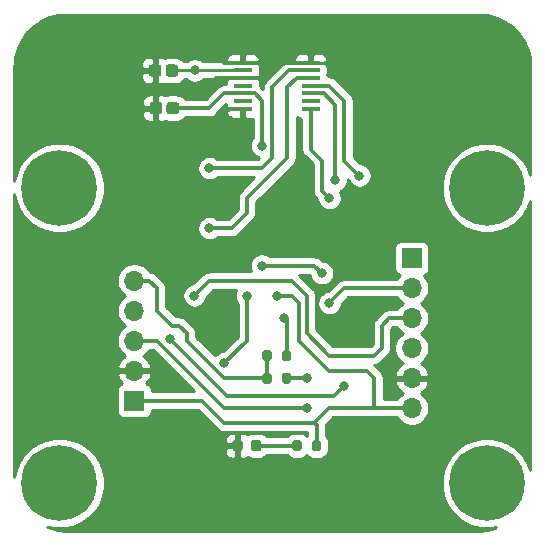
<source format=gbr>
%TF.GenerationSoftware,KiCad,Pcbnew,(5.1.9)-1*%
%TF.CreationDate,2021-03-29T15:47:30-03:00*%
%TF.ProjectId,1335_rev1,31333335-5f72-4657-9631-2e6b69636164,rev?*%
%TF.SameCoordinates,Original*%
%TF.FileFunction,Copper,L1,Top*%
%TF.FilePolarity,Positive*%
%FSLAX46Y46*%
G04 Gerber Fmt 4.6, Leading zero omitted, Abs format (unit mm)*
G04 Created by KiCad (PCBNEW (5.1.9)-1) date 2021-03-29 15:47:30*
%MOMM*%
%LPD*%
G01*
G04 APERTURE LIST*
%TA.AperFunction,ComponentPad*%
%ADD10O,1.700000X1.700000*%
%TD*%
%TA.AperFunction,ComponentPad*%
%ADD11R,1.700000X1.700000*%
%TD*%
%TA.AperFunction,ComponentPad*%
%ADD12C,6.400000*%
%TD*%
%TA.AperFunction,ComponentPad*%
%ADD13C,0.800000*%
%TD*%
%TA.AperFunction,SMDPad,CuDef*%
%ADD14R,1.570000X0.410000*%
%TD*%
%TA.AperFunction,ViaPad*%
%ADD15C,0.800000*%
%TD*%
%TA.AperFunction,Conductor*%
%ADD16C,0.250000*%
%TD*%
%TA.AperFunction,Conductor*%
%ADD17C,0.300000*%
%TD*%
%TA.AperFunction,Conductor*%
%ADD18C,0.254000*%
%TD*%
%TA.AperFunction,Conductor*%
%ADD19C,0.100000*%
%TD*%
G04 APERTURE END LIST*
D10*
%TO.P,J1,5*%
%TO.N,+3V3*%
X130810000Y-83185000D03*
%TO.P,J1,4*%
%TO.N,SDA*%
X130810000Y-85725000D03*
%TO.P,J1,3*%
%TO.N,SCL*%
X130810000Y-88265000D03*
%TO.P,J1,2*%
%TO.N,GND*%
X130810000Y-90805000D03*
D11*
%TO.P,J1,1*%
%TO.N,+5V*%
X130810000Y-93345000D03*
%TD*%
D10*
%TO.P,J2,6*%
%TO.N,+5V*%
X154305000Y-93980000D03*
%TO.P,J2,5*%
%TO.N,GND*%
X154305000Y-91440000D03*
%TO.P,J2,4*%
%TO.N,MOSI*%
X154305000Y-88900000D03*
%TO.P,J2,3*%
%TO.N,MISO*%
X154305000Y-86360000D03*
%TO.P,J2,2*%
%TO.N,SCK*%
X154305000Y-83820000D03*
D11*
%TO.P,J2,1*%
%TO.N,CS*%
X154305000Y-81280000D03*
%TD*%
%TO.P,R1,2*%
%TO.N,Net-(D1-Pad2)*%
%TA.AperFunction,SMDPad,CuDef*%
G36*
G01*
X144990000Y-96880000D02*
X144990000Y-97430000D01*
G75*
G02*
X144790000Y-97630000I-200000J0D01*
G01*
X144390000Y-97630000D01*
G75*
G02*
X144190000Y-97430000I0J200000D01*
G01*
X144190000Y-96880000D01*
G75*
G02*
X144390000Y-96680000I200000J0D01*
G01*
X144790000Y-96680000D01*
G75*
G02*
X144990000Y-96880000I0J-200000D01*
G01*
G37*
%TD.AperFunction*%
%TO.P,R1,1*%
%TO.N,+5V*%
%TA.AperFunction,SMDPad,CuDef*%
G36*
G01*
X146640000Y-96880000D02*
X146640000Y-97430000D01*
G75*
G02*
X146440000Y-97630000I-200000J0D01*
G01*
X146040000Y-97630000D01*
G75*
G02*
X145840000Y-97430000I0J200000D01*
G01*
X145840000Y-96880000D01*
G75*
G02*
X146040000Y-96680000I200000J0D01*
G01*
X146440000Y-96680000D01*
G75*
G02*
X146640000Y-96880000I0J-200000D01*
G01*
G37*
%TD.AperFunction*%
%TD*%
%TO.P,R3,2*%
%TO.N,SCL*%
%TA.AperFunction,SMDPad,CuDef*%
G36*
G01*
X143300000Y-91715000D02*
X143300000Y-91165000D01*
G75*
G02*
X143500000Y-90965000I200000J0D01*
G01*
X143900000Y-90965000D01*
G75*
G02*
X144100000Y-91165000I0J-200000D01*
G01*
X144100000Y-91715000D01*
G75*
G02*
X143900000Y-91915000I-200000J0D01*
G01*
X143500000Y-91915000D01*
G75*
G02*
X143300000Y-91715000I0J200000D01*
G01*
G37*
%TD.AperFunction*%
%TO.P,R3,1*%
%TO.N,+3V3*%
%TA.AperFunction,SMDPad,CuDef*%
G36*
G01*
X141650000Y-91715000D02*
X141650000Y-91165000D01*
G75*
G02*
X141850000Y-90965000I200000J0D01*
G01*
X142250000Y-90965000D01*
G75*
G02*
X142450000Y-91165000I0J-200000D01*
G01*
X142450000Y-91715000D01*
G75*
G02*
X142250000Y-91915000I-200000J0D01*
G01*
X141850000Y-91915000D01*
G75*
G02*
X141650000Y-91715000I0J200000D01*
G01*
G37*
%TD.AperFunction*%
%TD*%
%TO.P,R2,2*%
%TO.N,SDA*%
%TA.AperFunction,SMDPad,CuDef*%
G36*
G01*
X143300000Y-89810000D02*
X143300000Y-89260000D01*
G75*
G02*
X143500000Y-89060000I200000J0D01*
G01*
X143900000Y-89060000D01*
G75*
G02*
X144100000Y-89260000I0J-200000D01*
G01*
X144100000Y-89810000D01*
G75*
G02*
X143900000Y-90010000I-200000J0D01*
G01*
X143500000Y-90010000D01*
G75*
G02*
X143300000Y-89810000I0J200000D01*
G01*
G37*
%TD.AperFunction*%
%TO.P,R2,1*%
%TO.N,+3V3*%
%TA.AperFunction,SMDPad,CuDef*%
G36*
G01*
X141650000Y-89810000D02*
X141650000Y-89260000D01*
G75*
G02*
X141850000Y-89060000I200000J0D01*
G01*
X142250000Y-89060000D01*
G75*
G02*
X142450000Y-89260000I0J-200000D01*
G01*
X142450000Y-89810000D01*
G75*
G02*
X142250000Y-90010000I-200000J0D01*
G01*
X141850000Y-90010000D01*
G75*
G02*
X141650000Y-89810000I0J200000D01*
G01*
G37*
%TD.AperFunction*%
%TD*%
%TO.P,D1,2*%
%TO.N,Net-(D1-Pad2)*%
%TA.AperFunction,SMDPad,CuDef*%
G36*
G01*
X140685000Y-97411250D02*
X140685000Y-96898750D01*
G75*
G02*
X140903750Y-96680000I218750J0D01*
G01*
X141341250Y-96680000D01*
G75*
G02*
X141560000Y-96898750I0J-218750D01*
G01*
X141560000Y-97411250D01*
G75*
G02*
X141341250Y-97630000I-218750J0D01*
G01*
X140903750Y-97630000D01*
G75*
G02*
X140685000Y-97411250I0J218750D01*
G01*
G37*
%TD.AperFunction*%
%TO.P,D1,1*%
%TO.N,GND*%
%TA.AperFunction,SMDPad,CuDef*%
G36*
G01*
X139110000Y-97411250D02*
X139110000Y-96898750D01*
G75*
G02*
X139328750Y-96680000I218750J0D01*
G01*
X139766250Y-96680000D01*
G75*
G02*
X139985000Y-96898750I0J-218750D01*
G01*
X139985000Y-97411250D01*
G75*
G02*
X139766250Y-97630000I-218750J0D01*
G01*
X139328750Y-97630000D01*
G75*
G02*
X139110000Y-97411250I0J218750D01*
G01*
G37*
%TD.AperFunction*%
%TD*%
%TO.P,C2,2*%
%TO.N,GND*%
%TA.AperFunction,SMDPad,CuDef*%
G36*
G01*
X133175000Y-68304999D02*
X133175000Y-68855001D01*
G75*
G02*
X132925001Y-69105000I-249999J0D01*
G01*
X132349999Y-69105000D01*
G75*
G02*
X132100000Y-68855001I0J249999D01*
G01*
X132100000Y-68304999D01*
G75*
G02*
X132349999Y-68055000I249999J0D01*
G01*
X132925001Y-68055000D01*
G75*
G02*
X133175000Y-68304999I0J-249999D01*
G01*
G37*
%TD.AperFunction*%
%TO.P,C2,1*%
%TO.N,+5V*%
%TA.AperFunction,SMDPad,CuDef*%
G36*
G01*
X134600000Y-68304999D02*
X134600000Y-68855001D01*
G75*
G02*
X134350001Y-69105000I-249999J0D01*
G01*
X133774999Y-69105000D01*
G75*
G02*
X133525000Y-68855001I0J249999D01*
G01*
X133525000Y-68304999D01*
G75*
G02*
X133774999Y-68055000I249999J0D01*
G01*
X134350001Y-68055000D01*
G75*
G02*
X134600000Y-68304999I0J-249999D01*
G01*
G37*
%TD.AperFunction*%
%TD*%
%TO.P,C1,1*%
%TO.N,/BYP*%
%TA.AperFunction,SMDPad,CuDef*%
G36*
G01*
X134522500Y-65129999D02*
X134522500Y-65680001D01*
G75*
G02*
X134272501Y-65930000I-249999J0D01*
G01*
X133697499Y-65930000D01*
G75*
G02*
X133447500Y-65680001I0J249999D01*
G01*
X133447500Y-65129999D01*
G75*
G02*
X133697499Y-64880000I249999J0D01*
G01*
X134272501Y-64880000D01*
G75*
G02*
X134522500Y-65129999I0J-249999D01*
G01*
G37*
%TD.AperFunction*%
%TO.P,C1,2*%
%TO.N,GND*%
%TA.AperFunction,SMDPad,CuDef*%
G36*
G01*
X133097500Y-65129999D02*
X133097500Y-65680001D01*
G75*
G02*
X132847501Y-65930000I-249999J0D01*
G01*
X132272499Y-65930000D01*
G75*
G02*
X132022500Y-65680001I0J249999D01*
G01*
X132022500Y-65129999D01*
G75*
G02*
X132272499Y-64880000I249999J0D01*
G01*
X132847501Y-64880000D01*
G75*
G02*
X133097500Y-65129999I0J-249999D01*
G01*
G37*
%TD.AperFunction*%
%TD*%
D12*
%TO.P,H1,1*%
%TO.N,N/C*%
X124460000Y-75330000D03*
D13*
X126860000Y-75330000D03*
X126157056Y-77027056D03*
X124460000Y-77730000D03*
X122762944Y-77027056D03*
X122060000Y-75330000D03*
X122762944Y-73632944D03*
X124460000Y-72930000D03*
X126157056Y-73632944D03*
%TD*%
%TO.P,H2,1*%
%TO.N,N/C*%
X162352056Y-73632944D03*
X160655000Y-72930000D03*
X158957944Y-73632944D03*
X158255000Y-75330000D03*
X158957944Y-77027056D03*
X160655000Y-77730000D03*
X162352056Y-77027056D03*
X163055000Y-75330000D03*
D12*
X160655000Y-75330000D03*
%TD*%
%TO.P,H3,1*%
%TO.N,N/C*%
X124460000Y-100330000D03*
D13*
X126860000Y-100330000D03*
X126157056Y-102027056D03*
X124460000Y-102730000D03*
X122762944Y-102027056D03*
X122060000Y-100330000D03*
X122762944Y-98632944D03*
X124460000Y-97930000D03*
X126157056Y-98632944D03*
%TD*%
%TO.P,H4,1*%
%TO.N,N/C*%
X162352056Y-98632944D03*
X160655000Y-97930000D03*
X158957944Y-98632944D03*
X158255000Y-100330000D03*
X158957944Y-102027056D03*
X160655000Y-102730000D03*
X162352056Y-102027056D03*
X163055000Y-100330000D03*
D12*
X160655000Y-100330000D03*
%TD*%
D14*
%TO.P,U1,1*%
%TO.N,GND*%
X140005000Y-64725000D03*
%TO.P,U1,2*%
%TO.N,/BYP*%
X140005000Y-65375000D03*
%TO.P,U1,3*%
%TO.N,GND*%
X140005000Y-66025000D03*
%TO.P,U1,4*%
%TO.N,Net-(U1-Pad4)*%
X140005000Y-66675000D03*
%TO.P,U1,5*%
%TO.N,+5V*%
X140005000Y-67325000D03*
%TO.P,U1,6*%
%TO.N,Net-(U1-Pad6)*%
X140005000Y-67975000D03*
%TO.P,U1,7*%
%TO.N,GND*%
X140005000Y-68625000D03*
%TO.P,U1,8*%
%TO.N,/ISEL*%
X145745000Y-68625000D03*
%TO.P,U1,9*%
%TO.N,Net-(U1-Pad9)*%
X145745000Y-67975000D03*
%TO.P,U1,10*%
%TO.N,/SDA-MISO*%
X145745000Y-67325000D03*
%TO.P,U1,11*%
%TO.N,/SCL-CLK*%
X145745000Y-66675000D03*
%TO.P,U1,12*%
%TO.N,/SA1-MOSI*%
X145745000Y-66025000D03*
%TO.P,U1,13*%
%TO.N,/SA0-CS*%
X145745000Y-65375000D03*
%TO.P,U1,14*%
%TO.N,GND*%
X145745000Y-64725000D03*
%TD*%
D15*
%TO.N,/BYP*%
X146685000Y-82550000D03*
X141605000Y-81915000D03*
X135920000Y-65375000D03*
%TO.N,GND*%
X162560000Y-68580000D03*
X135636000Y-67056000D03*
X144780000Y-78740000D03*
X135890000Y-80010000D03*
X162560000Y-66040000D03*
X160020000Y-66040000D03*
X160020000Y-63500000D03*
X162560000Y-63500000D03*
X160020000Y-68580000D03*
X157480000Y-68580000D03*
X157480000Y-66040000D03*
X157480000Y-63500000D03*
X154940000Y-63500000D03*
X154940000Y-66040000D03*
X154940000Y-68580000D03*
X152400000Y-68580000D03*
X152400000Y-66040000D03*
X152400000Y-63500000D03*
X152400000Y-71120000D03*
X154940000Y-71120000D03*
X154940000Y-73660000D03*
X152400000Y-73660000D03*
X121920000Y-63500000D03*
X121920000Y-66040000D03*
X124460000Y-63500000D03*
X127000000Y-63500000D03*
X127000000Y-66040000D03*
X124460000Y-66040000D03*
X124460000Y-68580000D03*
X121920000Y-68580000D03*
X127000000Y-68580000D03*
X129540000Y-63500000D03*
X129540000Y-66040000D03*
X129540000Y-68580000D03*
X129540000Y-71120000D03*
X132080000Y-71120000D03*
X132080000Y-73660000D03*
X129540000Y-73660000D03*
X127000000Y-71120000D03*
X121920000Y-71120000D03*
X157480000Y-71120000D03*
X162560000Y-71120000D03*
X124460000Y-71120000D03*
X160020000Y-71120000D03*
X129540000Y-99060000D03*
X132080000Y-99060000D03*
X134620000Y-99060000D03*
X134620000Y-101600000D03*
X132080000Y-101600000D03*
X129540000Y-101600000D03*
X137160000Y-99060000D03*
X137160000Y-101600000D03*
X149860000Y-101600000D03*
X149860000Y-99060000D03*
X152400000Y-99060000D03*
X152400000Y-101600000D03*
X154940000Y-101600000D03*
X154940000Y-99060000D03*
X147320000Y-101600000D03*
X144780000Y-101600000D03*
X142240000Y-101600000D03*
X139700000Y-101600000D03*
X139700000Y-99060000D03*
X142240000Y-99060000D03*
X144780000Y-99060000D03*
X147320000Y-99060000D03*
%TO.N,SCK*%
X147320000Y-85090000D03*
%TO.N,MISO*%
X135890000Y-84455000D03*
%TO.N,+5V*%
X141605000Y-71755000D03*
X142875000Y-84455000D03*
%TO.N,SDA*%
X143510000Y-86360000D03*
%TO.N,SCL*%
X145415000Y-91440000D03*
X145415000Y-93980000D03*
%TO.N,/ISEL*%
X147320000Y-76200000D03*
%TO.N,/SDA-MISO*%
X147828000Y-74676000D03*
%TO.N,/SCL-CLK*%
X149860000Y-74295000D03*
%TO.N,/SA1-MOSI*%
X137160000Y-78740000D03*
X140335000Y-84455000D03*
X138430000Y-90170000D03*
%TO.N,/SA0-CS*%
X137160000Y-73660000D03*
X133858000Y-88138000D03*
X148590000Y-92075000D03*
%TD*%
D16*
%TO.N,/BYP*%
X134015000Y-65375000D02*
X133985000Y-65405000D01*
X140005000Y-65375000D02*
X135920000Y-65375000D01*
X135920000Y-65375000D02*
X134015000Y-65375000D01*
D17*
X146685000Y-82550000D02*
X146050000Y-81915000D01*
X146050000Y-81915000D02*
X141605000Y-81915000D01*
%TO.N,GND*%
X135636000Y-67056000D02*
X136652000Y-67056000D01*
X137683000Y-66025000D02*
X140005000Y-66025000D01*
X136652000Y-67056000D02*
X137683000Y-66025000D01*
D16*
X145745000Y-64725000D02*
X148291000Y-64725000D01*
D17*
X140005000Y-64725000D02*
X138385000Y-64725000D01*
X138385000Y-64725000D02*
X137160000Y-63500000D01*
X140005000Y-66025000D02*
X141620000Y-66025000D01*
X141620000Y-66025000D02*
X142240000Y-65405000D01*
X142195000Y-64725000D02*
X142240000Y-64770000D01*
X140005000Y-64725000D02*
X142195000Y-64725000D01*
X142240000Y-64770000D02*
X142240000Y-64135000D01*
X142240000Y-65405000D02*
X142240000Y-64770000D01*
X142285000Y-64725000D02*
X142240000Y-64770000D01*
X145745000Y-64725000D02*
X142285000Y-64725000D01*
X140005000Y-68625000D02*
X138385000Y-68625000D01*
X138385000Y-68625000D02*
X137795000Y-69215000D01*
X137795000Y-69215000D02*
X137795000Y-69850000D01*
%TO.N,SCK*%
X154305000Y-83820000D02*
X149225000Y-83820000D01*
X148590000Y-83820000D02*
X147320000Y-85090000D01*
X149225000Y-83820000D02*
X148590000Y-83820000D01*
%TO.N,MISO*%
X152400000Y-86360000D02*
X154305000Y-86360000D01*
X151765000Y-86995000D02*
X152400000Y-86360000D01*
X151765000Y-88900000D02*
X151765000Y-86995000D01*
X147320000Y-89535000D02*
X151130000Y-89535000D01*
X151130000Y-89535000D02*
X151765000Y-88900000D01*
X145415000Y-87630000D02*
X147320000Y-89535000D01*
X145415000Y-84455000D02*
X145415000Y-87630000D01*
X144145000Y-83185000D02*
X145415000Y-84455000D01*
X137160000Y-83185000D02*
X144145000Y-83185000D01*
X135890000Y-84455000D02*
X137160000Y-83185000D01*
%TO.N,+3V3*%
X142050000Y-89535000D02*
X142050000Y-91440000D01*
X138430000Y-91440000D02*
X142050000Y-91440000D01*
X135255000Y-88265000D02*
X138430000Y-91440000D01*
X135255000Y-87630000D02*
X135255000Y-88265000D01*
X134620000Y-86995000D02*
X135255000Y-87630000D01*
X133985000Y-86995000D02*
X134620000Y-86995000D01*
X132715000Y-85725000D02*
X133985000Y-86995000D01*
X132715000Y-83820000D02*
X132715000Y-85725000D01*
X132080000Y-83185000D02*
X132715000Y-83820000D01*
X130810000Y-83185000D02*
X132080000Y-83185000D01*
%TO.N,+5V*%
X138415000Y-67325000D02*
X140005000Y-67325000D01*
X137160000Y-68580000D02*
X138415000Y-67325000D01*
X140985000Y-67325000D02*
X141605000Y-67945000D01*
X140005000Y-67325000D02*
X140985000Y-67325000D01*
X141605000Y-67945000D02*
X141605000Y-71755000D01*
X154305000Y-93980000D02*
X152400000Y-93980000D01*
X134062500Y-68580000D02*
X137160000Y-68580000D01*
X130810000Y-93345000D02*
X136525000Y-93345000D01*
X136525000Y-93345000D02*
X138430000Y-95250000D01*
X138430000Y-95250000D02*
X146050000Y-95250000D01*
X146050000Y-95250000D02*
X147320000Y-93980000D01*
X151130000Y-91440000D02*
X151130000Y-93980000D01*
X144780000Y-88265000D02*
X147320000Y-90805000D01*
X150495000Y-90805000D02*
X151130000Y-91440000D01*
X144780000Y-85090000D02*
X144780000Y-88265000D01*
X144145000Y-84455000D02*
X144780000Y-85090000D01*
X147320000Y-90805000D02*
X150495000Y-90805000D01*
X142875000Y-84455000D02*
X144145000Y-84455000D01*
X151130000Y-93980000D02*
X152400000Y-93980000D01*
X147320000Y-93980000D02*
X151130000Y-93980000D01*
X146240000Y-95440000D02*
X146050000Y-95250000D01*
X146240000Y-97155000D02*
X146240000Y-95440000D01*
%TO.N,SDA*%
X143700000Y-86550000D02*
X143510000Y-86360000D01*
X143700000Y-89535000D02*
X143700000Y-86550000D01*
%TO.N,SCL*%
X143700000Y-91440000D02*
X145415000Y-91440000D01*
X130810000Y-88265000D02*
X132080000Y-88265000D01*
X132080000Y-88265000D02*
X132715000Y-88265000D01*
X132715000Y-88265000D02*
X138430000Y-93980000D01*
X138430000Y-93980000D02*
X145415000Y-93980000D01*
%TO.N,/ISEL*%
X145745000Y-68625000D02*
X145745000Y-72085000D01*
X145745000Y-72085000D02*
X146050000Y-72390000D01*
X146050000Y-72390000D02*
X146685000Y-73025000D01*
X146685000Y-73025000D02*
X146685000Y-75565000D01*
X146685000Y-75565000D02*
X147320000Y-76200000D01*
%TO.N,/SDA-MISO*%
X146830000Y-67325000D02*
X147828000Y-68323000D01*
X145745000Y-67325000D02*
X146830000Y-67325000D01*
X147828000Y-68323000D02*
X147828000Y-74676000D01*
%TO.N,/SCL-CLK*%
X145745000Y-66675000D02*
X147320000Y-66675000D01*
X147320000Y-66675000D02*
X148590000Y-67945000D01*
X148590000Y-67945000D02*
X148590000Y-72390000D01*
X148590000Y-72390000D02*
X148590000Y-73025000D01*
X148590000Y-73025000D02*
X149860000Y-74295000D01*
%TO.N,/SA1-MOSI*%
X145745000Y-66025000D02*
X144541000Y-66025000D01*
X144541000Y-66025000D02*
X143764000Y-66802000D01*
X143764000Y-66802000D02*
X143764000Y-72771000D01*
X143764000Y-72771000D02*
X140335000Y-76200000D01*
X140335000Y-76200000D02*
X140335000Y-77470000D01*
X140335000Y-77470000D02*
X139065000Y-78740000D01*
X139065000Y-78740000D02*
X137160000Y-78740000D01*
X140335000Y-84455000D02*
X140335000Y-87630000D01*
X140335000Y-87630000D02*
X140335000Y-88265000D01*
X140335000Y-88265000D02*
X138430000Y-90170000D01*
%TO.N,/SA0-CS*%
X145745000Y-65375000D02*
X143921000Y-65375000D01*
X143921000Y-65375000D02*
X142494000Y-66802000D01*
X142494000Y-66802000D02*
X142494000Y-71882000D01*
X142494000Y-71882000D02*
X142494000Y-72009000D01*
X142494000Y-71882000D02*
X142494000Y-72771000D01*
X142494000Y-72771000D02*
X142240000Y-73025000D01*
X142240000Y-73025000D02*
X141605000Y-73660000D01*
X141605000Y-73660000D02*
X137160000Y-73660000D01*
X133858000Y-88138000D02*
X138684000Y-92964000D01*
X138684000Y-92964000D02*
X142240000Y-92964000D01*
X147701000Y-92964000D02*
X148590000Y-92075000D01*
X142240000Y-92964000D02*
X147701000Y-92964000D01*
%TO.N,Net-(D1-Pad2)*%
X144590000Y-97155000D02*
X141122500Y-97155000D01*
%TD*%
D18*
%TO.N,GND*%
X160768083Y-60731173D02*
X161511891Y-60934656D01*
X162207905Y-61266638D01*
X162834130Y-61716626D01*
X163370777Y-62270403D01*
X163800871Y-62910451D01*
X164110829Y-63616553D01*
X164292065Y-64371457D01*
X164340000Y-65024207D01*
X164340000Y-74205040D01*
X164053533Y-73513446D01*
X163633839Y-72885330D01*
X163099670Y-72351161D01*
X162471554Y-71931467D01*
X161773628Y-71642377D01*
X161032715Y-71495000D01*
X160277285Y-71495000D01*
X159536372Y-71642377D01*
X158838446Y-71931467D01*
X158210330Y-72351161D01*
X157676161Y-72885330D01*
X157256467Y-73513446D01*
X156967377Y-74211372D01*
X156820000Y-74952285D01*
X156820000Y-75707715D01*
X156967377Y-76448628D01*
X157256467Y-77146554D01*
X157676161Y-77774670D01*
X158210330Y-78308839D01*
X158838446Y-78728533D01*
X159536372Y-79017623D01*
X160277285Y-79165000D01*
X161032715Y-79165000D01*
X161773628Y-79017623D01*
X162471554Y-78728533D01*
X163099670Y-78308839D01*
X163633839Y-77774670D01*
X164053533Y-77146554D01*
X164340000Y-76454960D01*
X164340001Y-99205042D01*
X164053533Y-98513446D01*
X163633839Y-97885330D01*
X163099670Y-97351161D01*
X162471554Y-96931467D01*
X161773628Y-96642377D01*
X161032715Y-96495000D01*
X160277285Y-96495000D01*
X159536372Y-96642377D01*
X158838446Y-96931467D01*
X158210330Y-97351161D01*
X157676161Y-97885330D01*
X157256467Y-98513446D01*
X156967377Y-99211372D01*
X156820000Y-99952285D01*
X156820000Y-100707715D01*
X156967377Y-101448628D01*
X157256467Y-102146554D01*
X157676161Y-102774670D01*
X158210330Y-103308839D01*
X158838446Y-103728533D01*
X159536372Y-104017623D01*
X160277285Y-104165000D01*
X161032715Y-104165000D01*
X161448405Y-104082314D01*
X161383447Y-104110829D01*
X160628543Y-104292065D01*
X159975793Y-104340000D01*
X125029392Y-104340000D01*
X124231917Y-104268827D01*
X123488110Y-104065344D01*
X123421458Y-104033553D01*
X124082285Y-104165000D01*
X124837715Y-104165000D01*
X125578628Y-104017623D01*
X126276554Y-103728533D01*
X126904670Y-103308839D01*
X127438839Y-102774670D01*
X127858533Y-102146554D01*
X128147623Y-101448628D01*
X128295000Y-100707715D01*
X128295000Y-99952285D01*
X128147623Y-99211372D01*
X127858533Y-98513446D01*
X127438839Y-97885330D01*
X127183509Y-97630000D01*
X138471928Y-97630000D01*
X138484188Y-97754482D01*
X138520498Y-97874180D01*
X138579463Y-97984494D01*
X138658815Y-98081185D01*
X138755506Y-98160537D01*
X138865820Y-98219502D01*
X138985518Y-98255812D01*
X139110000Y-98268072D01*
X139261750Y-98265000D01*
X139420500Y-98106250D01*
X139420500Y-97282000D01*
X138633750Y-97282000D01*
X138475000Y-97440750D01*
X138471928Y-97630000D01*
X127183509Y-97630000D01*
X126904670Y-97351161D01*
X126276554Y-96931467D01*
X125669459Y-96680000D01*
X138471928Y-96680000D01*
X138475000Y-96869250D01*
X138633750Y-97028000D01*
X139420500Y-97028000D01*
X139420500Y-96203750D01*
X139261750Y-96045000D01*
X139110000Y-96041928D01*
X138985518Y-96054188D01*
X138865820Y-96090498D01*
X138755506Y-96149463D01*
X138658815Y-96228815D01*
X138579463Y-96325506D01*
X138520498Y-96435820D01*
X138484188Y-96555518D01*
X138471928Y-96680000D01*
X125669459Y-96680000D01*
X125578628Y-96642377D01*
X124837715Y-96495000D01*
X124082285Y-96495000D01*
X123341372Y-96642377D01*
X122643446Y-96931467D01*
X122015330Y-97351161D01*
X121481161Y-97885330D01*
X121061467Y-98513446D01*
X120772377Y-99211372D01*
X120660000Y-99776328D01*
X120660000Y-92495000D01*
X129321928Y-92495000D01*
X129321928Y-94195000D01*
X129334188Y-94319482D01*
X129370498Y-94439180D01*
X129429463Y-94549494D01*
X129508815Y-94646185D01*
X129605506Y-94725537D01*
X129715820Y-94784502D01*
X129835518Y-94820812D01*
X129960000Y-94833072D01*
X131660000Y-94833072D01*
X131784482Y-94820812D01*
X131904180Y-94784502D01*
X132014494Y-94725537D01*
X132111185Y-94646185D01*
X132190537Y-94549494D01*
X132249502Y-94439180D01*
X132285812Y-94319482D01*
X132298072Y-94195000D01*
X132298072Y-94130000D01*
X136199843Y-94130000D01*
X137847653Y-95777810D01*
X137872236Y-95807764D01*
X137991767Y-95905862D01*
X138128140Y-95978754D01*
X138276113Y-96023642D01*
X138351026Y-96031020D01*
X138391439Y-96035000D01*
X138391444Y-96035000D01*
X138430000Y-96038797D01*
X138468556Y-96035000D01*
X145455001Y-96035000D01*
X145455001Y-96281151D01*
X145447394Y-96287394D01*
X145415000Y-96326866D01*
X145382606Y-96287394D01*
X145255608Y-96183169D01*
X145110716Y-96105722D01*
X144953500Y-96058031D01*
X144790000Y-96041928D01*
X144390000Y-96041928D01*
X144226500Y-96058031D01*
X144069284Y-96105722D01*
X143924392Y-96183169D01*
X143797394Y-96287394D01*
X143729601Y-96370000D01*
X142010401Y-96370000D01*
X141947115Y-96292885D01*
X141817275Y-96186329D01*
X141669142Y-96107150D01*
X141508408Y-96058392D01*
X141341250Y-96041928D01*
X140903750Y-96041928D01*
X140736592Y-96058392D01*
X140575858Y-96107150D01*
X140427725Y-96186329D01*
X140406070Y-96204100D01*
X140339494Y-96149463D01*
X140229180Y-96090498D01*
X140109482Y-96054188D01*
X139985000Y-96041928D01*
X139833250Y-96045000D01*
X139674500Y-96203750D01*
X139674500Y-97028000D01*
X139694500Y-97028000D01*
X139694500Y-97282000D01*
X139674500Y-97282000D01*
X139674500Y-98106250D01*
X139833250Y-98265000D01*
X139985000Y-98268072D01*
X140109482Y-98255812D01*
X140229180Y-98219502D01*
X140339494Y-98160537D01*
X140406070Y-98105900D01*
X140427725Y-98123671D01*
X140575858Y-98202850D01*
X140736592Y-98251608D01*
X140903750Y-98268072D01*
X141341250Y-98268072D01*
X141508408Y-98251608D01*
X141669142Y-98202850D01*
X141817275Y-98123671D01*
X141947115Y-98017115D01*
X142010401Y-97940000D01*
X143729601Y-97940000D01*
X143797394Y-98022606D01*
X143924392Y-98126831D01*
X144069284Y-98204278D01*
X144226500Y-98251969D01*
X144390000Y-98268072D01*
X144790000Y-98268072D01*
X144953500Y-98251969D01*
X145110716Y-98204278D01*
X145255608Y-98126831D01*
X145382606Y-98022606D01*
X145415000Y-97983134D01*
X145447394Y-98022606D01*
X145574392Y-98126831D01*
X145719284Y-98204278D01*
X145876500Y-98251969D01*
X146040000Y-98268072D01*
X146440000Y-98268072D01*
X146603500Y-98251969D01*
X146760716Y-98204278D01*
X146905608Y-98126831D01*
X147032606Y-98022606D01*
X147136831Y-97895608D01*
X147214278Y-97750716D01*
X147261969Y-97593500D01*
X147278072Y-97430000D01*
X147278072Y-96880000D01*
X147261969Y-96716500D01*
X147214278Y-96559284D01*
X147136831Y-96414392D01*
X147032606Y-96287394D01*
X147025000Y-96281152D01*
X147025000Y-95478556D01*
X147028797Y-95440000D01*
X147025000Y-95401444D01*
X147025000Y-95401439D01*
X147023540Y-95386617D01*
X147645158Y-94765000D01*
X151091440Y-94765000D01*
X151130000Y-94768798D01*
X151168561Y-94765000D01*
X153043526Y-94765000D01*
X153151525Y-94926632D01*
X153358368Y-95133475D01*
X153601589Y-95295990D01*
X153871842Y-95407932D01*
X154158740Y-95465000D01*
X154451260Y-95465000D01*
X154738158Y-95407932D01*
X155008411Y-95295990D01*
X155251632Y-95133475D01*
X155458475Y-94926632D01*
X155620990Y-94683411D01*
X155732932Y-94413158D01*
X155790000Y-94126260D01*
X155790000Y-93833740D01*
X155732932Y-93546842D01*
X155620990Y-93276589D01*
X155458475Y-93033368D01*
X155251632Y-92826525D01*
X155069466Y-92704805D01*
X155186355Y-92635178D01*
X155402588Y-92440269D01*
X155576641Y-92206920D01*
X155701825Y-91944099D01*
X155746476Y-91796890D01*
X155625155Y-91567000D01*
X154432000Y-91567000D01*
X154432000Y-91587000D01*
X154178000Y-91587000D01*
X154178000Y-91567000D01*
X152984845Y-91567000D01*
X152863524Y-91796890D01*
X152908175Y-91944099D01*
X153033359Y-92206920D01*
X153207412Y-92440269D01*
X153423645Y-92635178D01*
X153540534Y-92704805D01*
X153358368Y-92826525D01*
X153151525Y-93033368D01*
X153043526Y-93195000D01*
X151915000Y-93195000D01*
X151915000Y-91478556D01*
X151918797Y-91440000D01*
X151915000Y-91401440D01*
X151915000Y-91401439D01*
X151908241Y-91332812D01*
X151903642Y-91286113D01*
X151858754Y-91138140D01*
X151858734Y-91138102D01*
X151785862Y-91001767D01*
X151687764Y-90882236D01*
X151657811Y-90857654D01*
X151123293Y-90323136D01*
X151130000Y-90323797D01*
X151168553Y-90320000D01*
X151168561Y-90320000D01*
X151283887Y-90308641D01*
X151431860Y-90263754D01*
X151568233Y-90190862D01*
X151687764Y-90092764D01*
X151712347Y-90062810D01*
X152292811Y-89482346D01*
X152322764Y-89457764D01*
X152420862Y-89338233D01*
X152493754Y-89201860D01*
X152493754Y-89201859D01*
X152538642Y-89053887D01*
X152549667Y-88941937D01*
X152550000Y-88938561D01*
X152550000Y-88938556D01*
X152553797Y-88900000D01*
X152550000Y-88861444D01*
X152550000Y-87320157D01*
X152725157Y-87145000D01*
X153043526Y-87145000D01*
X153151525Y-87306632D01*
X153358368Y-87513475D01*
X153532760Y-87630000D01*
X153358368Y-87746525D01*
X153151525Y-87953368D01*
X152989010Y-88196589D01*
X152877068Y-88466842D01*
X152820000Y-88753740D01*
X152820000Y-89046260D01*
X152877068Y-89333158D01*
X152989010Y-89603411D01*
X153151525Y-89846632D01*
X153358368Y-90053475D01*
X153540534Y-90175195D01*
X153423645Y-90244822D01*
X153207412Y-90439731D01*
X153033359Y-90673080D01*
X152908175Y-90935901D01*
X152863524Y-91083110D01*
X152984845Y-91313000D01*
X154178000Y-91313000D01*
X154178000Y-91293000D01*
X154432000Y-91293000D01*
X154432000Y-91313000D01*
X155625155Y-91313000D01*
X155746476Y-91083110D01*
X155701825Y-90935901D01*
X155576641Y-90673080D01*
X155402588Y-90439731D01*
X155186355Y-90244822D01*
X155069466Y-90175195D01*
X155251632Y-90053475D01*
X155458475Y-89846632D01*
X155620990Y-89603411D01*
X155732932Y-89333158D01*
X155790000Y-89046260D01*
X155790000Y-88753740D01*
X155732932Y-88466842D01*
X155620990Y-88196589D01*
X155458475Y-87953368D01*
X155251632Y-87746525D01*
X155077240Y-87630000D01*
X155251632Y-87513475D01*
X155458475Y-87306632D01*
X155620990Y-87063411D01*
X155732932Y-86793158D01*
X155790000Y-86506260D01*
X155790000Y-86213740D01*
X155732932Y-85926842D01*
X155620990Y-85656589D01*
X155458475Y-85413368D01*
X155251632Y-85206525D01*
X155077240Y-85090000D01*
X155251632Y-84973475D01*
X155458475Y-84766632D01*
X155620990Y-84523411D01*
X155732932Y-84253158D01*
X155790000Y-83966260D01*
X155790000Y-83673740D01*
X155732932Y-83386842D01*
X155620990Y-83116589D01*
X155458475Y-82873368D01*
X155326620Y-82741513D01*
X155399180Y-82719502D01*
X155509494Y-82660537D01*
X155606185Y-82581185D01*
X155685537Y-82484494D01*
X155744502Y-82374180D01*
X155780812Y-82254482D01*
X155793072Y-82130000D01*
X155793072Y-80430000D01*
X155780812Y-80305518D01*
X155744502Y-80185820D01*
X155685537Y-80075506D01*
X155606185Y-79978815D01*
X155509494Y-79899463D01*
X155399180Y-79840498D01*
X155279482Y-79804188D01*
X155155000Y-79791928D01*
X153455000Y-79791928D01*
X153330518Y-79804188D01*
X153210820Y-79840498D01*
X153100506Y-79899463D01*
X153003815Y-79978815D01*
X152924463Y-80075506D01*
X152865498Y-80185820D01*
X152829188Y-80305518D01*
X152816928Y-80430000D01*
X152816928Y-82130000D01*
X152829188Y-82254482D01*
X152865498Y-82374180D01*
X152924463Y-82484494D01*
X153003815Y-82581185D01*
X153100506Y-82660537D01*
X153210820Y-82719502D01*
X153283380Y-82741513D01*
X153151525Y-82873368D01*
X153043526Y-83035000D01*
X148628552Y-83035000D01*
X148589999Y-83031203D01*
X148551446Y-83035000D01*
X148551439Y-83035000D01*
X148450490Y-83044943D01*
X148436112Y-83046359D01*
X148401672Y-83056806D01*
X148288140Y-83091246D01*
X148151767Y-83164138D01*
X148126346Y-83185001D01*
X148062187Y-83237655D01*
X148062184Y-83237658D01*
X148032236Y-83262236D01*
X148007658Y-83292185D01*
X147244843Y-84055000D01*
X147218061Y-84055000D01*
X147018102Y-84094774D01*
X146829744Y-84172795D01*
X146660226Y-84286063D01*
X146516063Y-84430226D01*
X146402795Y-84599744D01*
X146324774Y-84788102D01*
X146285000Y-84988061D01*
X146285000Y-85191939D01*
X146324774Y-85391898D01*
X146402795Y-85580256D01*
X146516063Y-85749774D01*
X146660226Y-85893937D01*
X146829744Y-86007205D01*
X147018102Y-86085226D01*
X147218061Y-86125000D01*
X147421939Y-86125000D01*
X147621898Y-86085226D01*
X147810256Y-86007205D01*
X147979774Y-85893937D01*
X148123937Y-85749774D01*
X148237205Y-85580256D01*
X148315226Y-85391898D01*
X148355000Y-85191939D01*
X148355000Y-85165157D01*
X148915158Y-84605000D01*
X153043526Y-84605000D01*
X153151525Y-84766632D01*
X153358368Y-84973475D01*
X153532760Y-85090000D01*
X153358368Y-85206525D01*
X153151525Y-85413368D01*
X153043526Y-85575000D01*
X152438556Y-85575000D01*
X152400000Y-85571203D01*
X152361444Y-85575000D01*
X152361439Y-85575000D01*
X152321026Y-85578980D01*
X152246113Y-85586358D01*
X152098140Y-85631246D01*
X151961767Y-85704138D01*
X151842236Y-85802236D01*
X151817653Y-85832190D01*
X151237185Y-86412658D01*
X151207237Y-86437236D01*
X151182659Y-86467184D01*
X151182655Y-86467188D01*
X151156842Y-86498641D01*
X151109139Y-86556767D01*
X151070177Y-86629660D01*
X151036246Y-86693141D01*
X150991359Y-86841114D01*
X150976203Y-86995000D01*
X150980001Y-87033562D01*
X150980000Y-88574843D01*
X150804843Y-88750000D01*
X147645157Y-88750000D01*
X146200000Y-87304843D01*
X146200000Y-84493552D01*
X146203797Y-84454999D01*
X146200000Y-84416446D01*
X146200000Y-84416439D01*
X146188641Y-84301113D01*
X146143754Y-84153140D01*
X146070862Y-84016767D01*
X146021450Y-83956559D01*
X145997345Y-83927187D01*
X145997342Y-83927184D01*
X145972764Y-83897236D01*
X145942817Y-83872659D01*
X144770157Y-82700000D01*
X145659560Y-82700000D01*
X145689774Y-82851898D01*
X145767795Y-83040256D01*
X145881063Y-83209774D01*
X146025226Y-83353937D01*
X146194744Y-83467205D01*
X146383102Y-83545226D01*
X146583061Y-83585000D01*
X146786939Y-83585000D01*
X146986898Y-83545226D01*
X147175256Y-83467205D01*
X147344774Y-83353937D01*
X147488937Y-83209774D01*
X147602205Y-83040256D01*
X147680226Y-82851898D01*
X147720000Y-82651939D01*
X147720000Y-82448061D01*
X147680226Y-82248102D01*
X147602205Y-82059744D01*
X147488937Y-81890226D01*
X147344774Y-81746063D01*
X147175256Y-81632795D01*
X146986898Y-81554774D01*
X146786939Y-81515000D01*
X146760157Y-81515000D01*
X146632347Y-81387190D01*
X146607764Y-81357236D01*
X146488233Y-81259138D01*
X146351860Y-81186246D01*
X146203887Y-81141359D01*
X146088561Y-81130000D01*
X146088553Y-81130000D01*
X146050000Y-81126203D01*
X146011447Y-81130000D01*
X142283711Y-81130000D01*
X142264774Y-81111063D01*
X142095256Y-80997795D01*
X141906898Y-80919774D01*
X141706939Y-80880000D01*
X141503061Y-80880000D01*
X141303102Y-80919774D01*
X141114744Y-80997795D01*
X140945226Y-81111063D01*
X140801063Y-81255226D01*
X140687795Y-81424744D01*
X140609774Y-81613102D01*
X140570000Y-81813061D01*
X140570000Y-82016939D01*
X140609774Y-82216898D01*
X140685618Y-82400000D01*
X137198552Y-82400000D01*
X137159999Y-82396203D01*
X137121446Y-82400000D01*
X137121439Y-82400000D01*
X137020490Y-82409943D01*
X137006112Y-82411359D01*
X136971672Y-82421806D01*
X136858140Y-82456246D01*
X136721767Y-82529138D01*
X136670927Y-82570862D01*
X136632187Y-82602655D01*
X136632184Y-82602658D01*
X136602236Y-82627236D01*
X136577658Y-82657185D01*
X135814843Y-83420000D01*
X135788061Y-83420000D01*
X135588102Y-83459774D01*
X135399744Y-83537795D01*
X135230226Y-83651063D01*
X135086063Y-83795226D01*
X134972795Y-83964744D01*
X134894774Y-84153102D01*
X134855000Y-84353061D01*
X134855000Y-84556939D01*
X134894774Y-84756898D01*
X134972795Y-84945256D01*
X135086063Y-85114774D01*
X135230226Y-85258937D01*
X135399744Y-85372205D01*
X135588102Y-85450226D01*
X135788061Y-85490000D01*
X135991939Y-85490000D01*
X136191898Y-85450226D01*
X136380256Y-85372205D01*
X136549774Y-85258937D01*
X136693937Y-85114774D01*
X136807205Y-84945256D01*
X136885226Y-84756898D01*
X136925000Y-84556939D01*
X136925000Y-84530157D01*
X137485158Y-83970000D01*
X139415618Y-83970000D01*
X139339774Y-84153102D01*
X139300000Y-84353061D01*
X139300000Y-84556939D01*
X139339774Y-84756898D01*
X139417795Y-84945256D01*
X139531063Y-85114774D01*
X139550000Y-85133711D01*
X139550001Y-87591430D01*
X139550000Y-87591440D01*
X139550000Y-87939843D01*
X138354843Y-89135000D01*
X138328061Y-89135000D01*
X138128102Y-89174774D01*
X137939744Y-89252795D01*
X137770226Y-89366063D01*
X137626063Y-89510226D01*
X137619783Y-89519625D01*
X136040000Y-87939843D01*
X136040000Y-87668556D01*
X136043797Y-87630000D01*
X136040000Y-87591440D01*
X136040000Y-87591439D01*
X136029235Y-87482139D01*
X136028642Y-87476113D01*
X135983754Y-87328140D01*
X135972258Y-87306632D01*
X135910862Y-87191767D01*
X135812764Y-87072236D01*
X135782811Y-87047654D01*
X135202345Y-86467188D01*
X135177764Y-86437236D01*
X135058233Y-86339138D01*
X134921860Y-86266246D01*
X134773887Y-86221359D01*
X134658561Y-86210000D01*
X134658553Y-86210000D01*
X134620000Y-86206203D01*
X134581447Y-86210000D01*
X134310158Y-86210000D01*
X133500000Y-85399843D01*
X133500000Y-83858556D01*
X133503797Y-83820000D01*
X133500000Y-83781440D01*
X133500000Y-83781439D01*
X133490143Y-83681359D01*
X133488642Y-83666113D01*
X133443754Y-83518140D01*
X133370862Y-83381767D01*
X133272764Y-83262236D01*
X133242811Y-83237654D01*
X132662347Y-82657190D01*
X132637764Y-82627236D01*
X132518233Y-82529138D01*
X132381860Y-82456246D01*
X132233887Y-82411359D01*
X132118561Y-82400000D01*
X132118553Y-82400000D01*
X132080000Y-82396203D01*
X132069620Y-82397225D01*
X131963475Y-82238368D01*
X131756632Y-82031525D01*
X131513411Y-81869010D01*
X131243158Y-81757068D01*
X130956260Y-81700000D01*
X130663740Y-81700000D01*
X130376842Y-81757068D01*
X130106589Y-81869010D01*
X129863368Y-82031525D01*
X129656525Y-82238368D01*
X129494010Y-82481589D01*
X129382068Y-82751842D01*
X129325000Y-83038740D01*
X129325000Y-83331260D01*
X129382068Y-83618158D01*
X129494010Y-83888411D01*
X129656525Y-84131632D01*
X129863368Y-84338475D01*
X130037760Y-84455000D01*
X129863368Y-84571525D01*
X129656525Y-84778368D01*
X129494010Y-85021589D01*
X129382068Y-85291842D01*
X129325000Y-85578740D01*
X129325000Y-85871260D01*
X129382068Y-86158158D01*
X129494010Y-86428411D01*
X129656525Y-86671632D01*
X129863368Y-86878475D01*
X130037760Y-86995000D01*
X129863368Y-87111525D01*
X129656525Y-87318368D01*
X129494010Y-87561589D01*
X129382068Y-87831842D01*
X129325000Y-88118740D01*
X129325000Y-88411260D01*
X129382068Y-88698158D01*
X129494010Y-88968411D01*
X129656525Y-89211632D01*
X129863368Y-89418475D01*
X130045534Y-89540195D01*
X129928645Y-89609822D01*
X129712412Y-89804731D01*
X129538359Y-90038080D01*
X129413175Y-90300901D01*
X129368524Y-90448110D01*
X129489845Y-90678000D01*
X130683000Y-90678000D01*
X130683000Y-90658000D01*
X130937000Y-90658000D01*
X130937000Y-90678000D01*
X132130155Y-90678000D01*
X132251476Y-90448110D01*
X132206825Y-90300901D01*
X132081641Y-90038080D01*
X131907588Y-89804731D01*
X131691355Y-89609822D01*
X131574466Y-89540195D01*
X131756632Y-89418475D01*
X131963475Y-89211632D01*
X132071474Y-89050000D01*
X132389843Y-89050000D01*
X135899843Y-92560000D01*
X132298072Y-92560000D01*
X132298072Y-92495000D01*
X132285812Y-92370518D01*
X132249502Y-92250820D01*
X132190537Y-92140506D01*
X132111185Y-92043815D01*
X132014494Y-91964463D01*
X131904180Y-91905498D01*
X131823534Y-91881034D01*
X131907588Y-91805269D01*
X132081641Y-91571920D01*
X132206825Y-91309099D01*
X132251476Y-91161890D01*
X132130155Y-90932000D01*
X130937000Y-90932000D01*
X130937000Y-90952000D01*
X130683000Y-90952000D01*
X130683000Y-90932000D01*
X129489845Y-90932000D01*
X129368524Y-91161890D01*
X129413175Y-91309099D01*
X129538359Y-91571920D01*
X129712412Y-91805269D01*
X129796466Y-91881034D01*
X129715820Y-91905498D01*
X129605506Y-91964463D01*
X129508815Y-92043815D01*
X129429463Y-92140506D01*
X129370498Y-92250820D01*
X129334188Y-92370518D01*
X129321928Y-92495000D01*
X120660000Y-92495000D01*
X120660000Y-75883672D01*
X120772377Y-76448628D01*
X121061467Y-77146554D01*
X121481161Y-77774670D01*
X122015330Y-78308839D01*
X122643446Y-78728533D01*
X123341372Y-79017623D01*
X124082285Y-79165000D01*
X124837715Y-79165000D01*
X125578628Y-79017623D01*
X126276554Y-78728533D01*
X126904670Y-78308839D01*
X127438839Y-77774670D01*
X127858533Y-77146554D01*
X128147623Y-76448628D01*
X128295000Y-75707715D01*
X128295000Y-74952285D01*
X128147623Y-74211372D01*
X127858533Y-73513446D01*
X127438839Y-72885330D01*
X126904670Y-72351161D01*
X126276554Y-71931467D01*
X125578628Y-71642377D01*
X124837715Y-71495000D01*
X124082285Y-71495000D01*
X123341372Y-71642377D01*
X122643446Y-71931467D01*
X122015330Y-72351161D01*
X121481161Y-72885330D01*
X121061467Y-73513446D01*
X120772377Y-74211372D01*
X120660000Y-74776328D01*
X120660000Y-69105000D01*
X131461928Y-69105000D01*
X131474188Y-69229482D01*
X131510498Y-69349180D01*
X131569463Y-69459494D01*
X131648815Y-69556185D01*
X131745506Y-69635537D01*
X131855820Y-69694502D01*
X131975518Y-69730812D01*
X132100000Y-69743072D01*
X132351750Y-69740000D01*
X132510500Y-69581250D01*
X132510500Y-68707000D01*
X131623750Y-68707000D01*
X131465000Y-68865750D01*
X131461928Y-69105000D01*
X120660000Y-69105000D01*
X120660000Y-68055000D01*
X131461928Y-68055000D01*
X131465000Y-68294250D01*
X131623750Y-68453000D01*
X132510500Y-68453000D01*
X132510500Y-67578750D01*
X132351750Y-67420000D01*
X132100000Y-67416928D01*
X131975518Y-67429188D01*
X131855820Y-67465498D01*
X131745506Y-67524463D01*
X131648815Y-67603815D01*
X131569463Y-67700506D01*
X131510498Y-67810820D01*
X131474188Y-67930518D01*
X131461928Y-68055000D01*
X120660000Y-68055000D01*
X120660000Y-65930000D01*
X131384428Y-65930000D01*
X131396688Y-66054482D01*
X131432998Y-66174180D01*
X131491963Y-66284494D01*
X131571315Y-66381185D01*
X131668006Y-66460537D01*
X131778320Y-66519502D01*
X131898018Y-66555812D01*
X132022500Y-66568072D01*
X132274250Y-66565000D01*
X132433000Y-66406250D01*
X132433000Y-65532000D01*
X131546250Y-65532000D01*
X131387500Y-65690750D01*
X131384428Y-65930000D01*
X120660000Y-65930000D01*
X120660000Y-65029392D01*
X120673332Y-64880000D01*
X131384428Y-64880000D01*
X131387500Y-65119250D01*
X131546250Y-65278000D01*
X132433000Y-65278000D01*
X132433000Y-64403750D01*
X132687000Y-64403750D01*
X132687000Y-65278000D01*
X132707000Y-65278000D01*
X132707000Y-65532000D01*
X132687000Y-65532000D01*
X132687000Y-66406250D01*
X132845750Y-66565000D01*
X133097500Y-66568072D01*
X133221982Y-66555812D01*
X133341680Y-66519502D01*
X133370174Y-66504271D01*
X133524245Y-66551008D01*
X133697499Y-66568072D01*
X134272501Y-66568072D01*
X134445755Y-66551008D01*
X134612351Y-66500472D01*
X134765887Y-66418405D01*
X134900462Y-66307962D01*
X135010905Y-66173387D01*
X135031423Y-66135000D01*
X135216289Y-66135000D01*
X135260226Y-66178937D01*
X135429744Y-66292205D01*
X135618102Y-66370226D01*
X135818061Y-66410000D01*
X136021939Y-66410000D01*
X136221898Y-66370226D01*
X136410256Y-66292205D01*
X136579774Y-66178937D01*
X136623711Y-66135000D01*
X138585000Y-66135000D01*
X138585000Y-66152002D01*
X138669955Y-66152002D01*
X138641485Y-66205265D01*
X138585000Y-66261750D01*
X138594144Y-66345968D01*
X138581928Y-66470000D01*
X138581928Y-66540000D01*
X138453552Y-66540000D01*
X138414999Y-66536203D01*
X138376446Y-66540000D01*
X138376439Y-66540000D01*
X138261113Y-66551359D01*
X138113140Y-66596246D01*
X137976767Y-66669138D01*
X137931547Y-66706250D01*
X137887187Y-66742655D01*
X137887184Y-66742658D01*
X137857236Y-66767236D01*
X137832658Y-66797185D01*
X136834843Y-67795000D01*
X135074771Y-67795000D01*
X134977962Y-67677038D01*
X134843387Y-67566595D01*
X134689851Y-67484528D01*
X134523255Y-67433992D01*
X134350001Y-67416928D01*
X133774999Y-67416928D01*
X133601745Y-67433992D01*
X133447674Y-67480729D01*
X133419180Y-67465498D01*
X133299482Y-67429188D01*
X133175000Y-67416928D01*
X132923250Y-67420000D01*
X132764500Y-67578750D01*
X132764500Y-68453000D01*
X132784500Y-68453000D01*
X132784500Y-68707000D01*
X132764500Y-68707000D01*
X132764500Y-69581250D01*
X132923250Y-69740000D01*
X133175000Y-69743072D01*
X133299482Y-69730812D01*
X133419180Y-69694502D01*
X133447674Y-69679271D01*
X133601745Y-69726008D01*
X133774999Y-69743072D01*
X134350001Y-69743072D01*
X134523255Y-69726008D01*
X134689851Y-69675472D01*
X134843387Y-69593405D01*
X134977962Y-69482962D01*
X135074771Y-69365000D01*
X137121447Y-69365000D01*
X137160000Y-69368797D01*
X137198553Y-69365000D01*
X137198561Y-69365000D01*
X137313887Y-69353641D01*
X137461860Y-69308754D01*
X137598233Y-69235862D01*
X137717764Y-69137764D01*
X137742347Y-69107810D01*
X138589838Y-68260319D01*
X138594144Y-68304032D01*
X138585000Y-68388250D01*
X138641485Y-68444735D01*
X138689463Y-68534494D01*
X138768815Y-68631185D01*
X138856322Y-68703000D01*
X138743750Y-68703000D01*
X138585000Y-68861750D01*
X138596045Y-68963479D01*
X138634075Y-69082642D01*
X138694621Y-69192096D01*
X138775358Y-69287634D01*
X138873181Y-69365586D01*
X138984333Y-69422956D01*
X139104541Y-69457539D01*
X139229187Y-69468006D01*
X139719250Y-69465000D01*
X139878000Y-69306250D01*
X139878000Y-68818072D01*
X140132000Y-68818072D01*
X140132000Y-69306250D01*
X140290750Y-69465000D01*
X140780813Y-69468006D01*
X140820000Y-69464715D01*
X140820001Y-71076288D01*
X140801063Y-71095226D01*
X140687795Y-71264744D01*
X140609774Y-71453102D01*
X140570000Y-71653061D01*
X140570000Y-71856939D01*
X140609774Y-72056898D01*
X140687795Y-72245256D01*
X140801063Y-72414774D01*
X140945226Y-72558937D01*
X141114744Y-72672205D01*
X141303102Y-72750226D01*
X141387775Y-72767068D01*
X141279843Y-72875000D01*
X137838711Y-72875000D01*
X137819774Y-72856063D01*
X137650256Y-72742795D01*
X137461898Y-72664774D01*
X137261939Y-72625000D01*
X137058061Y-72625000D01*
X136858102Y-72664774D01*
X136669744Y-72742795D01*
X136500226Y-72856063D01*
X136356063Y-73000226D01*
X136242795Y-73169744D01*
X136164774Y-73358102D01*
X136125000Y-73558061D01*
X136125000Y-73761939D01*
X136164774Y-73961898D01*
X136242795Y-74150256D01*
X136356063Y-74319774D01*
X136500226Y-74463937D01*
X136669744Y-74577205D01*
X136858102Y-74655226D01*
X137058061Y-74695000D01*
X137261939Y-74695000D01*
X137461898Y-74655226D01*
X137650256Y-74577205D01*
X137819774Y-74463937D01*
X137838711Y-74445000D01*
X140979843Y-74445000D01*
X139807190Y-75617653D01*
X139777236Y-75642236D01*
X139679138Y-75761768D01*
X139606246Y-75898141D01*
X139561359Y-76046114D01*
X139550000Y-76161440D01*
X139550000Y-76161447D01*
X139546203Y-76200000D01*
X139550000Y-76238553D01*
X139550001Y-77144841D01*
X138739843Y-77955000D01*
X137838711Y-77955000D01*
X137819774Y-77936063D01*
X137650256Y-77822795D01*
X137461898Y-77744774D01*
X137261939Y-77705000D01*
X137058061Y-77705000D01*
X136858102Y-77744774D01*
X136669744Y-77822795D01*
X136500226Y-77936063D01*
X136356063Y-78080226D01*
X136242795Y-78249744D01*
X136164774Y-78438102D01*
X136125000Y-78638061D01*
X136125000Y-78841939D01*
X136164774Y-79041898D01*
X136242795Y-79230256D01*
X136356063Y-79399774D01*
X136500226Y-79543937D01*
X136669744Y-79657205D01*
X136858102Y-79735226D01*
X137058061Y-79775000D01*
X137261939Y-79775000D01*
X137461898Y-79735226D01*
X137650256Y-79657205D01*
X137819774Y-79543937D01*
X137838711Y-79525000D01*
X139026447Y-79525000D01*
X139065000Y-79528797D01*
X139103553Y-79525000D01*
X139103561Y-79525000D01*
X139218887Y-79513641D01*
X139366860Y-79468754D01*
X139503233Y-79395862D01*
X139622764Y-79297764D01*
X139647347Y-79267810D01*
X140862815Y-78052342D01*
X140892764Y-78027764D01*
X140990862Y-77908233D01*
X141063754Y-77771860D01*
X141108641Y-77623887D01*
X141120000Y-77508561D01*
X141120000Y-77508554D01*
X141123797Y-77470001D01*
X141120000Y-77431448D01*
X141120000Y-76525157D01*
X144291816Y-73353342D01*
X144321764Y-73328764D01*
X144346346Y-73298812D01*
X144378198Y-73260000D01*
X144419862Y-73209233D01*
X144492754Y-73072860D01*
X144537641Y-72924887D01*
X144549000Y-72809561D01*
X144549000Y-72809554D01*
X144552797Y-72771001D01*
X144549000Y-72732448D01*
X144549000Y-69314164D01*
X144605506Y-69360537D01*
X144715820Y-69419502D01*
X144835518Y-69455812D01*
X144960000Y-69468072D01*
X144960001Y-72046437D01*
X144956203Y-72085000D01*
X144971359Y-72238886D01*
X145016246Y-72386859D01*
X145017925Y-72390000D01*
X145089139Y-72523233D01*
X145129690Y-72572644D01*
X145162655Y-72612812D01*
X145162659Y-72612816D01*
X145187237Y-72642764D01*
X145217185Y-72667342D01*
X145900000Y-73350157D01*
X145900001Y-75526437D01*
X145896203Y-75565000D01*
X145911359Y-75718886D01*
X145956246Y-75866859D01*
X145956247Y-75866860D01*
X146029139Y-76003233D01*
X146064330Y-76046113D01*
X146102655Y-76092812D01*
X146102659Y-76092816D01*
X146127237Y-76122764D01*
X146157185Y-76147342D01*
X146285000Y-76275157D01*
X146285000Y-76301939D01*
X146324774Y-76501898D01*
X146402795Y-76690256D01*
X146516063Y-76859774D01*
X146660226Y-77003937D01*
X146829744Y-77117205D01*
X147018102Y-77195226D01*
X147218061Y-77235000D01*
X147421939Y-77235000D01*
X147621898Y-77195226D01*
X147810256Y-77117205D01*
X147979774Y-77003937D01*
X148123937Y-76859774D01*
X148237205Y-76690256D01*
X148315226Y-76501898D01*
X148355000Y-76301939D01*
X148355000Y-76098061D01*
X148315226Y-75898102D01*
X148237205Y-75709744D01*
X148193786Y-75644763D01*
X148318256Y-75593205D01*
X148487774Y-75479937D01*
X148631937Y-75335774D01*
X148745205Y-75166256D01*
X148823226Y-74977898D01*
X148863000Y-74777939D01*
X148863000Y-74587979D01*
X148864774Y-74596898D01*
X148942795Y-74785256D01*
X149056063Y-74954774D01*
X149200226Y-75098937D01*
X149369744Y-75212205D01*
X149558102Y-75290226D01*
X149758061Y-75330000D01*
X149961939Y-75330000D01*
X150161898Y-75290226D01*
X150350256Y-75212205D01*
X150519774Y-75098937D01*
X150663937Y-74954774D01*
X150777205Y-74785256D01*
X150855226Y-74596898D01*
X150895000Y-74396939D01*
X150895000Y-74193061D01*
X150855226Y-73993102D01*
X150777205Y-73804744D01*
X150663937Y-73635226D01*
X150519774Y-73491063D01*
X150350256Y-73377795D01*
X150161898Y-73299774D01*
X149961939Y-73260000D01*
X149935158Y-73260000D01*
X149375000Y-72699843D01*
X149375000Y-67983552D01*
X149378797Y-67944999D01*
X149375000Y-67906446D01*
X149375000Y-67906439D01*
X149363641Y-67791113D01*
X149358505Y-67774180D01*
X149353194Y-67756672D01*
X149318754Y-67643140D01*
X149245862Y-67506767D01*
X149182194Y-67429188D01*
X149172345Y-67417187D01*
X149172342Y-67417184D01*
X149147764Y-67387236D01*
X149117817Y-67362659D01*
X147902347Y-66147190D01*
X147877764Y-66117236D01*
X147758233Y-66019138D01*
X147621860Y-65946246D01*
X147473887Y-65901359D01*
X147358561Y-65890000D01*
X147358553Y-65890000D01*
X147320000Y-65886203D01*
X147281447Y-65890000D01*
X147168072Y-65890000D01*
X147168072Y-65820000D01*
X147156253Y-65700000D01*
X147168072Y-65580000D01*
X147168072Y-65170000D01*
X147155856Y-65045968D01*
X147165000Y-64961750D01*
X147108515Y-64905265D01*
X147060537Y-64815506D01*
X146981185Y-64718815D01*
X146893678Y-64647000D01*
X147006250Y-64647000D01*
X147165000Y-64488250D01*
X147153955Y-64386521D01*
X147115925Y-64267358D01*
X147055379Y-64157904D01*
X146974642Y-64062366D01*
X146876819Y-63984414D01*
X146765667Y-63927044D01*
X146645459Y-63892461D01*
X146520813Y-63881994D01*
X146030750Y-63885000D01*
X145872000Y-64043750D01*
X145872000Y-64531928D01*
X145618000Y-64531928D01*
X145618000Y-64043750D01*
X145459250Y-63885000D01*
X144969187Y-63881994D01*
X144844541Y-63892461D01*
X144724333Y-63927044D01*
X144613181Y-63984414D01*
X144515358Y-64062366D01*
X144434621Y-64157904D01*
X144374075Y-64267358D01*
X144336045Y-64386521D01*
X144325000Y-64488250D01*
X144426750Y-64590000D01*
X143959556Y-64590000D01*
X143921000Y-64586203D01*
X143882444Y-64590000D01*
X143882439Y-64590000D01*
X143842026Y-64593980D01*
X143767113Y-64601358D01*
X143619140Y-64646246D01*
X143482767Y-64719138D01*
X143363236Y-64817236D01*
X143338653Y-64847190D01*
X141966190Y-66219653D01*
X141936236Y-66244236D01*
X141838138Y-66363768D01*
X141765246Y-66500141D01*
X141720359Y-66648114D01*
X141709000Y-66763440D01*
X141709000Y-66763447D01*
X141705203Y-66802000D01*
X141709000Y-66840553D01*
X141709000Y-66938843D01*
X141567346Y-66797189D01*
X141542764Y-66767236D01*
X141428072Y-66673109D01*
X141428072Y-66470000D01*
X141415856Y-66345968D01*
X141425000Y-66261750D01*
X141368515Y-66205265D01*
X141320537Y-66115506D01*
X141246261Y-66025000D01*
X141320537Y-65934494D01*
X141368515Y-65844735D01*
X141425000Y-65788250D01*
X141415856Y-65704032D01*
X141428072Y-65580000D01*
X141428072Y-65170000D01*
X141415856Y-65045968D01*
X141425000Y-64961750D01*
X141368515Y-64905265D01*
X141320537Y-64815506D01*
X141241185Y-64718815D01*
X141153678Y-64647000D01*
X141266250Y-64647000D01*
X141425000Y-64488250D01*
X141413955Y-64386521D01*
X141375925Y-64267358D01*
X141315379Y-64157904D01*
X141234642Y-64062366D01*
X141136819Y-63984414D01*
X141025667Y-63927044D01*
X140905459Y-63892461D01*
X140780813Y-63881994D01*
X140290750Y-63885000D01*
X140132000Y-64043750D01*
X140132000Y-64531928D01*
X139878000Y-64531928D01*
X139878000Y-64043750D01*
X139719250Y-63885000D01*
X139229187Y-63881994D01*
X139104541Y-63892461D01*
X138984333Y-63927044D01*
X138873181Y-63984414D01*
X138775358Y-64062366D01*
X138694621Y-64157904D01*
X138634075Y-64267358D01*
X138596045Y-64386521D01*
X138585000Y-64488250D01*
X138694748Y-64597998D01*
X138585000Y-64597998D01*
X138585000Y-64615000D01*
X136623711Y-64615000D01*
X136579774Y-64571063D01*
X136410256Y-64457795D01*
X136221898Y-64379774D01*
X136021939Y-64340000D01*
X135818061Y-64340000D01*
X135618102Y-64379774D01*
X135429744Y-64457795D01*
X135260226Y-64571063D01*
X135216289Y-64615000D01*
X134993168Y-64615000D01*
X134900462Y-64502038D01*
X134765887Y-64391595D01*
X134612351Y-64309528D01*
X134445755Y-64258992D01*
X134272501Y-64241928D01*
X133697499Y-64241928D01*
X133524245Y-64258992D01*
X133370174Y-64305729D01*
X133341680Y-64290498D01*
X133221982Y-64254188D01*
X133097500Y-64241928D01*
X132845750Y-64245000D01*
X132687000Y-64403750D01*
X132433000Y-64403750D01*
X132274250Y-64245000D01*
X132022500Y-64241928D01*
X131898018Y-64254188D01*
X131778320Y-64290498D01*
X131668006Y-64349463D01*
X131571315Y-64428815D01*
X131491963Y-64525506D01*
X131432998Y-64635820D01*
X131396688Y-64755518D01*
X131384428Y-64880000D01*
X120673332Y-64880000D01*
X120731173Y-64231917D01*
X120934656Y-63488109D01*
X121266638Y-62792095D01*
X121716626Y-62165870D01*
X122270403Y-61629223D01*
X122910451Y-61199129D01*
X123616553Y-60889171D01*
X124371457Y-60707935D01*
X125024207Y-60660000D01*
X159970608Y-60660000D01*
X160768083Y-60731173D01*
%TA.AperFunction,Conductor*%
D19*
G36*
X160768083Y-60731173D02*
G01*
X161511891Y-60934656D01*
X162207905Y-61266638D01*
X162834130Y-61716626D01*
X163370777Y-62270403D01*
X163800871Y-62910451D01*
X164110829Y-63616553D01*
X164292065Y-64371457D01*
X164340000Y-65024207D01*
X164340000Y-74205040D01*
X164053533Y-73513446D01*
X163633839Y-72885330D01*
X163099670Y-72351161D01*
X162471554Y-71931467D01*
X161773628Y-71642377D01*
X161032715Y-71495000D01*
X160277285Y-71495000D01*
X159536372Y-71642377D01*
X158838446Y-71931467D01*
X158210330Y-72351161D01*
X157676161Y-72885330D01*
X157256467Y-73513446D01*
X156967377Y-74211372D01*
X156820000Y-74952285D01*
X156820000Y-75707715D01*
X156967377Y-76448628D01*
X157256467Y-77146554D01*
X157676161Y-77774670D01*
X158210330Y-78308839D01*
X158838446Y-78728533D01*
X159536372Y-79017623D01*
X160277285Y-79165000D01*
X161032715Y-79165000D01*
X161773628Y-79017623D01*
X162471554Y-78728533D01*
X163099670Y-78308839D01*
X163633839Y-77774670D01*
X164053533Y-77146554D01*
X164340000Y-76454960D01*
X164340001Y-99205042D01*
X164053533Y-98513446D01*
X163633839Y-97885330D01*
X163099670Y-97351161D01*
X162471554Y-96931467D01*
X161773628Y-96642377D01*
X161032715Y-96495000D01*
X160277285Y-96495000D01*
X159536372Y-96642377D01*
X158838446Y-96931467D01*
X158210330Y-97351161D01*
X157676161Y-97885330D01*
X157256467Y-98513446D01*
X156967377Y-99211372D01*
X156820000Y-99952285D01*
X156820000Y-100707715D01*
X156967377Y-101448628D01*
X157256467Y-102146554D01*
X157676161Y-102774670D01*
X158210330Y-103308839D01*
X158838446Y-103728533D01*
X159536372Y-104017623D01*
X160277285Y-104165000D01*
X161032715Y-104165000D01*
X161448405Y-104082314D01*
X161383447Y-104110829D01*
X160628543Y-104292065D01*
X159975793Y-104340000D01*
X125029392Y-104340000D01*
X124231917Y-104268827D01*
X123488110Y-104065344D01*
X123421458Y-104033553D01*
X124082285Y-104165000D01*
X124837715Y-104165000D01*
X125578628Y-104017623D01*
X126276554Y-103728533D01*
X126904670Y-103308839D01*
X127438839Y-102774670D01*
X127858533Y-102146554D01*
X128147623Y-101448628D01*
X128295000Y-100707715D01*
X128295000Y-99952285D01*
X128147623Y-99211372D01*
X127858533Y-98513446D01*
X127438839Y-97885330D01*
X127183509Y-97630000D01*
X138471928Y-97630000D01*
X138484188Y-97754482D01*
X138520498Y-97874180D01*
X138579463Y-97984494D01*
X138658815Y-98081185D01*
X138755506Y-98160537D01*
X138865820Y-98219502D01*
X138985518Y-98255812D01*
X139110000Y-98268072D01*
X139261750Y-98265000D01*
X139420500Y-98106250D01*
X139420500Y-97282000D01*
X138633750Y-97282000D01*
X138475000Y-97440750D01*
X138471928Y-97630000D01*
X127183509Y-97630000D01*
X126904670Y-97351161D01*
X126276554Y-96931467D01*
X125669459Y-96680000D01*
X138471928Y-96680000D01*
X138475000Y-96869250D01*
X138633750Y-97028000D01*
X139420500Y-97028000D01*
X139420500Y-96203750D01*
X139261750Y-96045000D01*
X139110000Y-96041928D01*
X138985518Y-96054188D01*
X138865820Y-96090498D01*
X138755506Y-96149463D01*
X138658815Y-96228815D01*
X138579463Y-96325506D01*
X138520498Y-96435820D01*
X138484188Y-96555518D01*
X138471928Y-96680000D01*
X125669459Y-96680000D01*
X125578628Y-96642377D01*
X124837715Y-96495000D01*
X124082285Y-96495000D01*
X123341372Y-96642377D01*
X122643446Y-96931467D01*
X122015330Y-97351161D01*
X121481161Y-97885330D01*
X121061467Y-98513446D01*
X120772377Y-99211372D01*
X120660000Y-99776328D01*
X120660000Y-92495000D01*
X129321928Y-92495000D01*
X129321928Y-94195000D01*
X129334188Y-94319482D01*
X129370498Y-94439180D01*
X129429463Y-94549494D01*
X129508815Y-94646185D01*
X129605506Y-94725537D01*
X129715820Y-94784502D01*
X129835518Y-94820812D01*
X129960000Y-94833072D01*
X131660000Y-94833072D01*
X131784482Y-94820812D01*
X131904180Y-94784502D01*
X132014494Y-94725537D01*
X132111185Y-94646185D01*
X132190537Y-94549494D01*
X132249502Y-94439180D01*
X132285812Y-94319482D01*
X132298072Y-94195000D01*
X132298072Y-94130000D01*
X136199843Y-94130000D01*
X137847653Y-95777810D01*
X137872236Y-95807764D01*
X137991767Y-95905862D01*
X138128140Y-95978754D01*
X138276113Y-96023642D01*
X138351026Y-96031020D01*
X138391439Y-96035000D01*
X138391444Y-96035000D01*
X138430000Y-96038797D01*
X138468556Y-96035000D01*
X145455001Y-96035000D01*
X145455001Y-96281151D01*
X145447394Y-96287394D01*
X145415000Y-96326866D01*
X145382606Y-96287394D01*
X145255608Y-96183169D01*
X145110716Y-96105722D01*
X144953500Y-96058031D01*
X144790000Y-96041928D01*
X144390000Y-96041928D01*
X144226500Y-96058031D01*
X144069284Y-96105722D01*
X143924392Y-96183169D01*
X143797394Y-96287394D01*
X143729601Y-96370000D01*
X142010401Y-96370000D01*
X141947115Y-96292885D01*
X141817275Y-96186329D01*
X141669142Y-96107150D01*
X141508408Y-96058392D01*
X141341250Y-96041928D01*
X140903750Y-96041928D01*
X140736592Y-96058392D01*
X140575858Y-96107150D01*
X140427725Y-96186329D01*
X140406070Y-96204100D01*
X140339494Y-96149463D01*
X140229180Y-96090498D01*
X140109482Y-96054188D01*
X139985000Y-96041928D01*
X139833250Y-96045000D01*
X139674500Y-96203750D01*
X139674500Y-97028000D01*
X139694500Y-97028000D01*
X139694500Y-97282000D01*
X139674500Y-97282000D01*
X139674500Y-98106250D01*
X139833250Y-98265000D01*
X139985000Y-98268072D01*
X140109482Y-98255812D01*
X140229180Y-98219502D01*
X140339494Y-98160537D01*
X140406070Y-98105900D01*
X140427725Y-98123671D01*
X140575858Y-98202850D01*
X140736592Y-98251608D01*
X140903750Y-98268072D01*
X141341250Y-98268072D01*
X141508408Y-98251608D01*
X141669142Y-98202850D01*
X141817275Y-98123671D01*
X141947115Y-98017115D01*
X142010401Y-97940000D01*
X143729601Y-97940000D01*
X143797394Y-98022606D01*
X143924392Y-98126831D01*
X144069284Y-98204278D01*
X144226500Y-98251969D01*
X144390000Y-98268072D01*
X144790000Y-98268072D01*
X144953500Y-98251969D01*
X145110716Y-98204278D01*
X145255608Y-98126831D01*
X145382606Y-98022606D01*
X145415000Y-97983134D01*
X145447394Y-98022606D01*
X145574392Y-98126831D01*
X145719284Y-98204278D01*
X145876500Y-98251969D01*
X146040000Y-98268072D01*
X146440000Y-98268072D01*
X146603500Y-98251969D01*
X146760716Y-98204278D01*
X146905608Y-98126831D01*
X147032606Y-98022606D01*
X147136831Y-97895608D01*
X147214278Y-97750716D01*
X147261969Y-97593500D01*
X147278072Y-97430000D01*
X147278072Y-96880000D01*
X147261969Y-96716500D01*
X147214278Y-96559284D01*
X147136831Y-96414392D01*
X147032606Y-96287394D01*
X147025000Y-96281152D01*
X147025000Y-95478556D01*
X147028797Y-95440000D01*
X147025000Y-95401444D01*
X147025000Y-95401439D01*
X147023540Y-95386617D01*
X147645158Y-94765000D01*
X151091440Y-94765000D01*
X151130000Y-94768798D01*
X151168561Y-94765000D01*
X153043526Y-94765000D01*
X153151525Y-94926632D01*
X153358368Y-95133475D01*
X153601589Y-95295990D01*
X153871842Y-95407932D01*
X154158740Y-95465000D01*
X154451260Y-95465000D01*
X154738158Y-95407932D01*
X155008411Y-95295990D01*
X155251632Y-95133475D01*
X155458475Y-94926632D01*
X155620990Y-94683411D01*
X155732932Y-94413158D01*
X155790000Y-94126260D01*
X155790000Y-93833740D01*
X155732932Y-93546842D01*
X155620990Y-93276589D01*
X155458475Y-93033368D01*
X155251632Y-92826525D01*
X155069466Y-92704805D01*
X155186355Y-92635178D01*
X155402588Y-92440269D01*
X155576641Y-92206920D01*
X155701825Y-91944099D01*
X155746476Y-91796890D01*
X155625155Y-91567000D01*
X154432000Y-91567000D01*
X154432000Y-91587000D01*
X154178000Y-91587000D01*
X154178000Y-91567000D01*
X152984845Y-91567000D01*
X152863524Y-91796890D01*
X152908175Y-91944099D01*
X153033359Y-92206920D01*
X153207412Y-92440269D01*
X153423645Y-92635178D01*
X153540534Y-92704805D01*
X153358368Y-92826525D01*
X153151525Y-93033368D01*
X153043526Y-93195000D01*
X151915000Y-93195000D01*
X151915000Y-91478556D01*
X151918797Y-91440000D01*
X151915000Y-91401440D01*
X151915000Y-91401439D01*
X151908241Y-91332812D01*
X151903642Y-91286113D01*
X151858754Y-91138140D01*
X151858734Y-91138102D01*
X151785862Y-91001767D01*
X151687764Y-90882236D01*
X151657811Y-90857654D01*
X151123293Y-90323136D01*
X151130000Y-90323797D01*
X151168553Y-90320000D01*
X151168561Y-90320000D01*
X151283887Y-90308641D01*
X151431860Y-90263754D01*
X151568233Y-90190862D01*
X151687764Y-90092764D01*
X151712347Y-90062810D01*
X152292811Y-89482346D01*
X152322764Y-89457764D01*
X152420862Y-89338233D01*
X152493754Y-89201860D01*
X152493754Y-89201859D01*
X152538642Y-89053887D01*
X152549667Y-88941937D01*
X152550000Y-88938561D01*
X152550000Y-88938556D01*
X152553797Y-88900000D01*
X152550000Y-88861444D01*
X152550000Y-87320157D01*
X152725157Y-87145000D01*
X153043526Y-87145000D01*
X153151525Y-87306632D01*
X153358368Y-87513475D01*
X153532760Y-87630000D01*
X153358368Y-87746525D01*
X153151525Y-87953368D01*
X152989010Y-88196589D01*
X152877068Y-88466842D01*
X152820000Y-88753740D01*
X152820000Y-89046260D01*
X152877068Y-89333158D01*
X152989010Y-89603411D01*
X153151525Y-89846632D01*
X153358368Y-90053475D01*
X153540534Y-90175195D01*
X153423645Y-90244822D01*
X153207412Y-90439731D01*
X153033359Y-90673080D01*
X152908175Y-90935901D01*
X152863524Y-91083110D01*
X152984845Y-91313000D01*
X154178000Y-91313000D01*
X154178000Y-91293000D01*
X154432000Y-91293000D01*
X154432000Y-91313000D01*
X155625155Y-91313000D01*
X155746476Y-91083110D01*
X155701825Y-90935901D01*
X155576641Y-90673080D01*
X155402588Y-90439731D01*
X155186355Y-90244822D01*
X155069466Y-90175195D01*
X155251632Y-90053475D01*
X155458475Y-89846632D01*
X155620990Y-89603411D01*
X155732932Y-89333158D01*
X155790000Y-89046260D01*
X155790000Y-88753740D01*
X155732932Y-88466842D01*
X155620990Y-88196589D01*
X155458475Y-87953368D01*
X155251632Y-87746525D01*
X155077240Y-87630000D01*
X155251632Y-87513475D01*
X155458475Y-87306632D01*
X155620990Y-87063411D01*
X155732932Y-86793158D01*
X155790000Y-86506260D01*
X155790000Y-86213740D01*
X155732932Y-85926842D01*
X155620990Y-85656589D01*
X155458475Y-85413368D01*
X155251632Y-85206525D01*
X155077240Y-85090000D01*
X155251632Y-84973475D01*
X155458475Y-84766632D01*
X155620990Y-84523411D01*
X155732932Y-84253158D01*
X155790000Y-83966260D01*
X155790000Y-83673740D01*
X155732932Y-83386842D01*
X155620990Y-83116589D01*
X155458475Y-82873368D01*
X155326620Y-82741513D01*
X155399180Y-82719502D01*
X155509494Y-82660537D01*
X155606185Y-82581185D01*
X155685537Y-82484494D01*
X155744502Y-82374180D01*
X155780812Y-82254482D01*
X155793072Y-82130000D01*
X155793072Y-80430000D01*
X155780812Y-80305518D01*
X155744502Y-80185820D01*
X155685537Y-80075506D01*
X155606185Y-79978815D01*
X155509494Y-79899463D01*
X155399180Y-79840498D01*
X155279482Y-79804188D01*
X155155000Y-79791928D01*
X153455000Y-79791928D01*
X153330518Y-79804188D01*
X153210820Y-79840498D01*
X153100506Y-79899463D01*
X153003815Y-79978815D01*
X152924463Y-80075506D01*
X152865498Y-80185820D01*
X152829188Y-80305518D01*
X152816928Y-80430000D01*
X152816928Y-82130000D01*
X152829188Y-82254482D01*
X152865498Y-82374180D01*
X152924463Y-82484494D01*
X153003815Y-82581185D01*
X153100506Y-82660537D01*
X153210820Y-82719502D01*
X153283380Y-82741513D01*
X153151525Y-82873368D01*
X153043526Y-83035000D01*
X148628552Y-83035000D01*
X148589999Y-83031203D01*
X148551446Y-83035000D01*
X148551439Y-83035000D01*
X148450490Y-83044943D01*
X148436112Y-83046359D01*
X148401672Y-83056806D01*
X148288140Y-83091246D01*
X148151767Y-83164138D01*
X148126346Y-83185001D01*
X148062187Y-83237655D01*
X148062184Y-83237658D01*
X148032236Y-83262236D01*
X148007658Y-83292185D01*
X147244843Y-84055000D01*
X147218061Y-84055000D01*
X147018102Y-84094774D01*
X146829744Y-84172795D01*
X146660226Y-84286063D01*
X146516063Y-84430226D01*
X146402795Y-84599744D01*
X146324774Y-84788102D01*
X146285000Y-84988061D01*
X146285000Y-85191939D01*
X146324774Y-85391898D01*
X146402795Y-85580256D01*
X146516063Y-85749774D01*
X146660226Y-85893937D01*
X146829744Y-86007205D01*
X147018102Y-86085226D01*
X147218061Y-86125000D01*
X147421939Y-86125000D01*
X147621898Y-86085226D01*
X147810256Y-86007205D01*
X147979774Y-85893937D01*
X148123937Y-85749774D01*
X148237205Y-85580256D01*
X148315226Y-85391898D01*
X148355000Y-85191939D01*
X148355000Y-85165157D01*
X148915158Y-84605000D01*
X153043526Y-84605000D01*
X153151525Y-84766632D01*
X153358368Y-84973475D01*
X153532760Y-85090000D01*
X153358368Y-85206525D01*
X153151525Y-85413368D01*
X153043526Y-85575000D01*
X152438556Y-85575000D01*
X152400000Y-85571203D01*
X152361444Y-85575000D01*
X152361439Y-85575000D01*
X152321026Y-85578980D01*
X152246113Y-85586358D01*
X152098140Y-85631246D01*
X151961767Y-85704138D01*
X151842236Y-85802236D01*
X151817653Y-85832190D01*
X151237185Y-86412658D01*
X151207237Y-86437236D01*
X151182659Y-86467184D01*
X151182655Y-86467188D01*
X151156842Y-86498641D01*
X151109139Y-86556767D01*
X151070177Y-86629660D01*
X151036246Y-86693141D01*
X150991359Y-86841114D01*
X150976203Y-86995000D01*
X150980001Y-87033562D01*
X150980000Y-88574843D01*
X150804843Y-88750000D01*
X147645157Y-88750000D01*
X146200000Y-87304843D01*
X146200000Y-84493552D01*
X146203797Y-84454999D01*
X146200000Y-84416446D01*
X146200000Y-84416439D01*
X146188641Y-84301113D01*
X146143754Y-84153140D01*
X146070862Y-84016767D01*
X146021450Y-83956559D01*
X145997345Y-83927187D01*
X145997342Y-83927184D01*
X145972764Y-83897236D01*
X145942817Y-83872659D01*
X144770157Y-82700000D01*
X145659560Y-82700000D01*
X145689774Y-82851898D01*
X145767795Y-83040256D01*
X145881063Y-83209774D01*
X146025226Y-83353937D01*
X146194744Y-83467205D01*
X146383102Y-83545226D01*
X146583061Y-83585000D01*
X146786939Y-83585000D01*
X146986898Y-83545226D01*
X147175256Y-83467205D01*
X147344774Y-83353937D01*
X147488937Y-83209774D01*
X147602205Y-83040256D01*
X147680226Y-82851898D01*
X147720000Y-82651939D01*
X147720000Y-82448061D01*
X147680226Y-82248102D01*
X147602205Y-82059744D01*
X147488937Y-81890226D01*
X147344774Y-81746063D01*
X147175256Y-81632795D01*
X146986898Y-81554774D01*
X146786939Y-81515000D01*
X146760157Y-81515000D01*
X146632347Y-81387190D01*
X146607764Y-81357236D01*
X146488233Y-81259138D01*
X146351860Y-81186246D01*
X146203887Y-81141359D01*
X146088561Y-81130000D01*
X146088553Y-81130000D01*
X146050000Y-81126203D01*
X146011447Y-81130000D01*
X142283711Y-81130000D01*
X142264774Y-81111063D01*
X142095256Y-80997795D01*
X141906898Y-80919774D01*
X141706939Y-80880000D01*
X141503061Y-80880000D01*
X141303102Y-80919774D01*
X141114744Y-80997795D01*
X140945226Y-81111063D01*
X140801063Y-81255226D01*
X140687795Y-81424744D01*
X140609774Y-81613102D01*
X140570000Y-81813061D01*
X140570000Y-82016939D01*
X140609774Y-82216898D01*
X140685618Y-82400000D01*
X137198552Y-82400000D01*
X137159999Y-82396203D01*
X137121446Y-82400000D01*
X137121439Y-82400000D01*
X137020490Y-82409943D01*
X137006112Y-82411359D01*
X136971672Y-82421806D01*
X136858140Y-82456246D01*
X136721767Y-82529138D01*
X136670927Y-82570862D01*
X136632187Y-82602655D01*
X136632184Y-82602658D01*
X136602236Y-82627236D01*
X136577658Y-82657185D01*
X135814843Y-83420000D01*
X135788061Y-83420000D01*
X135588102Y-83459774D01*
X135399744Y-83537795D01*
X135230226Y-83651063D01*
X135086063Y-83795226D01*
X134972795Y-83964744D01*
X134894774Y-84153102D01*
X134855000Y-84353061D01*
X134855000Y-84556939D01*
X134894774Y-84756898D01*
X134972795Y-84945256D01*
X135086063Y-85114774D01*
X135230226Y-85258937D01*
X135399744Y-85372205D01*
X135588102Y-85450226D01*
X135788061Y-85490000D01*
X135991939Y-85490000D01*
X136191898Y-85450226D01*
X136380256Y-85372205D01*
X136549774Y-85258937D01*
X136693937Y-85114774D01*
X136807205Y-84945256D01*
X136885226Y-84756898D01*
X136925000Y-84556939D01*
X136925000Y-84530157D01*
X137485158Y-83970000D01*
X139415618Y-83970000D01*
X139339774Y-84153102D01*
X139300000Y-84353061D01*
X139300000Y-84556939D01*
X139339774Y-84756898D01*
X139417795Y-84945256D01*
X139531063Y-85114774D01*
X139550000Y-85133711D01*
X139550001Y-87591430D01*
X139550000Y-87591440D01*
X139550000Y-87939843D01*
X138354843Y-89135000D01*
X138328061Y-89135000D01*
X138128102Y-89174774D01*
X137939744Y-89252795D01*
X137770226Y-89366063D01*
X137626063Y-89510226D01*
X137619783Y-89519625D01*
X136040000Y-87939843D01*
X136040000Y-87668556D01*
X136043797Y-87630000D01*
X136040000Y-87591440D01*
X136040000Y-87591439D01*
X136029235Y-87482139D01*
X136028642Y-87476113D01*
X135983754Y-87328140D01*
X135972258Y-87306632D01*
X135910862Y-87191767D01*
X135812764Y-87072236D01*
X135782811Y-87047654D01*
X135202345Y-86467188D01*
X135177764Y-86437236D01*
X135058233Y-86339138D01*
X134921860Y-86266246D01*
X134773887Y-86221359D01*
X134658561Y-86210000D01*
X134658553Y-86210000D01*
X134620000Y-86206203D01*
X134581447Y-86210000D01*
X134310158Y-86210000D01*
X133500000Y-85399843D01*
X133500000Y-83858556D01*
X133503797Y-83820000D01*
X133500000Y-83781440D01*
X133500000Y-83781439D01*
X133490143Y-83681359D01*
X133488642Y-83666113D01*
X133443754Y-83518140D01*
X133370862Y-83381767D01*
X133272764Y-83262236D01*
X133242811Y-83237654D01*
X132662347Y-82657190D01*
X132637764Y-82627236D01*
X132518233Y-82529138D01*
X132381860Y-82456246D01*
X132233887Y-82411359D01*
X132118561Y-82400000D01*
X132118553Y-82400000D01*
X132080000Y-82396203D01*
X132069620Y-82397225D01*
X131963475Y-82238368D01*
X131756632Y-82031525D01*
X131513411Y-81869010D01*
X131243158Y-81757068D01*
X130956260Y-81700000D01*
X130663740Y-81700000D01*
X130376842Y-81757068D01*
X130106589Y-81869010D01*
X129863368Y-82031525D01*
X129656525Y-82238368D01*
X129494010Y-82481589D01*
X129382068Y-82751842D01*
X129325000Y-83038740D01*
X129325000Y-83331260D01*
X129382068Y-83618158D01*
X129494010Y-83888411D01*
X129656525Y-84131632D01*
X129863368Y-84338475D01*
X130037760Y-84455000D01*
X129863368Y-84571525D01*
X129656525Y-84778368D01*
X129494010Y-85021589D01*
X129382068Y-85291842D01*
X129325000Y-85578740D01*
X129325000Y-85871260D01*
X129382068Y-86158158D01*
X129494010Y-86428411D01*
X129656525Y-86671632D01*
X129863368Y-86878475D01*
X130037760Y-86995000D01*
X129863368Y-87111525D01*
X129656525Y-87318368D01*
X129494010Y-87561589D01*
X129382068Y-87831842D01*
X129325000Y-88118740D01*
X129325000Y-88411260D01*
X129382068Y-88698158D01*
X129494010Y-88968411D01*
X129656525Y-89211632D01*
X129863368Y-89418475D01*
X130045534Y-89540195D01*
X129928645Y-89609822D01*
X129712412Y-89804731D01*
X129538359Y-90038080D01*
X129413175Y-90300901D01*
X129368524Y-90448110D01*
X129489845Y-90678000D01*
X130683000Y-90678000D01*
X130683000Y-90658000D01*
X130937000Y-90658000D01*
X130937000Y-90678000D01*
X132130155Y-90678000D01*
X132251476Y-90448110D01*
X132206825Y-90300901D01*
X132081641Y-90038080D01*
X131907588Y-89804731D01*
X131691355Y-89609822D01*
X131574466Y-89540195D01*
X131756632Y-89418475D01*
X131963475Y-89211632D01*
X132071474Y-89050000D01*
X132389843Y-89050000D01*
X135899843Y-92560000D01*
X132298072Y-92560000D01*
X132298072Y-92495000D01*
X132285812Y-92370518D01*
X132249502Y-92250820D01*
X132190537Y-92140506D01*
X132111185Y-92043815D01*
X132014494Y-91964463D01*
X131904180Y-91905498D01*
X131823534Y-91881034D01*
X131907588Y-91805269D01*
X132081641Y-91571920D01*
X132206825Y-91309099D01*
X132251476Y-91161890D01*
X132130155Y-90932000D01*
X130937000Y-90932000D01*
X130937000Y-90952000D01*
X130683000Y-90952000D01*
X130683000Y-90932000D01*
X129489845Y-90932000D01*
X129368524Y-91161890D01*
X129413175Y-91309099D01*
X129538359Y-91571920D01*
X129712412Y-91805269D01*
X129796466Y-91881034D01*
X129715820Y-91905498D01*
X129605506Y-91964463D01*
X129508815Y-92043815D01*
X129429463Y-92140506D01*
X129370498Y-92250820D01*
X129334188Y-92370518D01*
X129321928Y-92495000D01*
X120660000Y-92495000D01*
X120660000Y-75883672D01*
X120772377Y-76448628D01*
X121061467Y-77146554D01*
X121481161Y-77774670D01*
X122015330Y-78308839D01*
X122643446Y-78728533D01*
X123341372Y-79017623D01*
X124082285Y-79165000D01*
X124837715Y-79165000D01*
X125578628Y-79017623D01*
X126276554Y-78728533D01*
X126904670Y-78308839D01*
X127438839Y-77774670D01*
X127858533Y-77146554D01*
X128147623Y-76448628D01*
X128295000Y-75707715D01*
X128295000Y-74952285D01*
X128147623Y-74211372D01*
X127858533Y-73513446D01*
X127438839Y-72885330D01*
X126904670Y-72351161D01*
X126276554Y-71931467D01*
X125578628Y-71642377D01*
X124837715Y-71495000D01*
X124082285Y-71495000D01*
X123341372Y-71642377D01*
X122643446Y-71931467D01*
X122015330Y-72351161D01*
X121481161Y-72885330D01*
X121061467Y-73513446D01*
X120772377Y-74211372D01*
X120660000Y-74776328D01*
X120660000Y-69105000D01*
X131461928Y-69105000D01*
X131474188Y-69229482D01*
X131510498Y-69349180D01*
X131569463Y-69459494D01*
X131648815Y-69556185D01*
X131745506Y-69635537D01*
X131855820Y-69694502D01*
X131975518Y-69730812D01*
X132100000Y-69743072D01*
X132351750Y-69740000D01*
X132510500Y-69581250D01*
X132510500Y-68707000D01*
X131623750Y-68707000D01*
X131465000Y-68865750D01*
X131461928Y-69105000D01*
X120660000Y-69105000D01*
X120660000Y-68055000D01*
X131461928Y-68055000D01*
X131465000Y-68294250D01*
X131623750Y-68453000D01*
X132510500Y-68453000D01*
X132510500Y-67578750D01*
X132351750Y-67420000D01*
X132100000Y-67416928D01*
X131975518Y-67429188D01*
X131855820Y-67465498D01*
X131745506Y-67524463D01*
X131648815Y-67603815D01*
X131569463Y-67700506D01*
X131510498Y-67810820D01*
X131474188Y-67930518D01*
X131461928Y-68055000D01*
X120660000Y-68055000D01*
X120660000Y-65930000D01*
X131384428Y-65930000D01*
X131396688Y-66054482D01*
X131432998Y-66174180D01*
X131491963Y-66284494D01*
X131571315Y-66381185D01*
X131668006Y-66460537D01*
X131778320Y-66519502D01*
X131898018Y-66555812D01*
X132022500Y-66568072D01*
X132274250Y-66565000D01*
X132433000Y-66406250D01*
X132433000Y-65532000D01*
X131546250Y-65532000D01*
X131387500Y-65690750D01*
X131384428Y-65930000D01*
X120660000Y-65930000D01*
X120660000Y-65029392D01*
X120673332Y-64880000D01*
X131384428Y-64880000D01*
X131387500Y-65119250D01*
X131546250Y-65278000D01*
X132433000Y-65278000D01*
X132433000Y-64403750D01*
X132687000Y-64403750D01*
X132687000Y-65278000D01*
X132707000Y-65278000D01*
X132707000Y-65532000D01*
X132687000Y-65532000D01*
X132687000Y-66406250D01*
X132845750Y-66565000D01*
X133097500Y-66568072D01*
X133221982Y-66555812D01*
X133341680Y-66519502D01*
X133370174Y-66504271D01*
X133524245Y-66551008D01*
X133697499Y-66568072D01*
X134272501Y-66568072D01*
X134445755Y-66551008D01*
X134612351Y-66500472D01*
X134765887Y-66418405D01*
X134900462Y-66307962D01*
X135010905Y-66173387D01*
X135031423Y-66135000D01*
X135216289Y-66135000D01*
X135260226Y-66178937D01*
X135429744Y-66292205D01*
X135618102Y-66370226D01*
X135818061Y-66410000D01*
X136021939Y-66410000D01*
X136221898Y-66370226D01*
X136410256Y-66292205D01*
X136579774Y-66178937D01*
X136623711Y-66135000D01*
X138585000Y-66135000D01*
X138585000Y-66152002D01*
X138669955Y-66152002D01*
X138641485Y-66205265D01*
X138585000Y-66261750D01*
X138594144Y-66345968D01*
X138581928Y-66470000D01*
X138581928Y-66540000D01*
X138453552Y-66540000D01*
X138414999Y-66536203D01*
X138376446Y-66540000D01*
X138376439Y-66540000D01*
X138261113Y-66551359D01*
X138113140Y-66596246D01*
X137976767Y-66669138D01*
X137931547Y-66706250D01*
X137887187Y-66742655D01*
X137887184Y-66742658D01*
X137857236Y-66767236D01*
X137832658Y-66797185D01*
X136834843Y-67795000D01*
X135074771Y-67795000D01*
X134977962Y-67677038D01*
X134843387Y-67566595D01*
X134689851Y-67484528D01*
X134523255Y-67433992D01*
X134350001Y-67416928D01*
X133774999Y-67416928D01*
X133601745Y-67433992D01*
X133447674Y-67480729D01*
X133419180Y-67465498D01*
X133299482Y-67429188D01*
X133175000Y-67416928D01*
X132923250Y-67420000D01*
X132764500Y-67578750D01*
X132764500Y-68453000D01*
X132784500Y-68453000D01*
X132784500Y-68707000D01*
X132764500Y-68707000D01*
X132764500Y-69581250D01*
X132923250Y-69740000D01*
X133175000Y-69743072D01*
X133299482Y-69730812D01*
X133419180Y-69694502D01*
X133447674Y-69679271D01*
X133601745Y-69726008D01*
X133774999Y-69743072D01*
X134350001Y-69743072D01*
X134523255Y-69726008D01*
X134689851Y-69675472D01*
X134843387Y-69593405D01*
X134977962Y-69482962D01*
X135074771Y-69365000D01*
X137121447Y-69365000D01*
X137160000Y-69368797D01*
X137198553Y-69365000D01*
X137198561Y-69365000D01*
X137313887Y-69353641D01*
X137461860Y-69308754D01*
X137598233Y-69235862D01*
X137717764Y-69137764D01*
X137742347Y-69107810D01*
X138589838Y-68260319D01*
X138594144Y-68304032D01*
X138585000Y-68388250D01*
X138641485Y-68444735D01*
X138689463Y-68534494D01*
X138768815Y-68631185D01*
X138856322Y-68703000D01*
X138743750Y-68703000D01*
X138585000Y-68861750D01*
X138596045Y-68963479D01*
X138634075Y-69082642D01*
X138694621Y-69192096D01*
X138775358Y-69287634D01*
X138873181Y-69365586D01*
X138984333Y-69422956D01*
X139104541Y-69457539D01*
X139229187Y-69468006D01*
X139719250Y-69465000D01*
X139878000Y-69306250D01*
X139878000Y-68818072D01*
X140132000Y-68818072D01*
X140132000Y-69306250D01*
X140290750Y-69465000D01*
X140780813Y-69468006D01*
X140820000Y-69464715D01*
X140820001Y-71076288D01*
X140801063Y-71095226D01*
X140687795Y-71264744D01*
X140609774Y-71453102D01*
X140570000Y-71653061D01*
X140570000Y-71856939D01*
X140609774Y-72056898D01*
X140687795Y-72245256D01*
X140801063Y-72414774D01*
X140945226Y-72558937D01*
X141114744Y-72672205D01*
X141303102Y-72750226D01*
X141387775Y-72767068D01*
X141279843Y-72875000D01*
X137838711Y-72875000D01*
X137819774Y-72856063D01*
X137650256Y-72742795D01*
X137461898Y-72664774D01*
X137261939Y-72625000D01*
X137058061Y-72625000D01*
X136858102Y-72664774D01*
X136669744Y-72742795D01*
X136500226Y-72856063D01*
X136356063Y-73000226D01*
X136242795Y-73169744D01*
X136164774Y-73358102D01*
X136125000Y-73558061D01*
X136125000Y-73761939D01*
X136164774Y-73961898D01*
X136242795Y-74150256D01*
X136356063Y-74319774D01*
X136500226Y-74463937D01*
X136669744Y-74577205D01*
X136858102Y-74655226D01*
X137058061Y-74695000D01*
X137261939Y-74695000D01*
X137461898Y-74655226D01*
X137650256Y-74577205D01*
X137819774Y-74463937D01*
X137838711Y-74445000D01*
X140979843Y-74445000D01*
X139807190Y-75617653D01*
X139777236Y-75642236D01*
X139679138Y-75761768D01*
X139606246Y-75898141D01*
X139561359Y-76046114D01*
X139550000Y-76161440D01*
X139550000Y-76161447D01*
X139546203Y-76200000D01*
X139550000Y-76238553D01*
X139550001Y-77144841D01*
X138739843Y-77955000D01*
X137838711Y-77955000D01*
X137819774Y-77936063D01*
X137650256Y-77822795D01*
X137461898Y-77744774D01*
X137261939Y-77705000D01*
X137058061Y-77705000D01*
X136858102Y-77744774D01*
X136669744Y-77822795D01*
X136500226Y-77936063D01*
X136356063Y-78080226D01*
X136242795Y-78249744D01*
X136164774Y-78438102D01*
X136125000Y-78638061D01*
X136125000Y-78841939D01*
X136164774Y-79041898D01*
X136242795Y-79230256D01*
X136356063Y-79399774D01*
X136500226Y-79543937D01*
X136669744Y-79657205D01*
X136858102Y-79735226D01*
X137058061Y-79775000D01*
X137261939Y-79775000D01*
X137461898Y-79735226D01*
X137650256Y-79657205D01*
X137819774Y-79543937D01*
X137838711Y-79525000D01*
X139026447Y-79525000D01*
X139065000Y-79528797D01*
X139103553Y-79525000D01*
X139103561Y-79525000D01*
X139218887Y-79513641D01*
X139366860Y-79468754D01*
X139503233Y-79395862D01*
X139622764Y-79297764D01*
X139647347Y-79267810D01*
X140862815Y-78052342D01*
X140892764Y-78027764D01*
X140990862Y-77908233D01*
X141063754Y-77771860D01*
X141108641Y-77623887D01*
X141120000Y-77508561D01*
X141120000Y-77508554D01*
X141123797Y-77470001D01*
X141120000Y-77431448D01*
X141120000Y-76525157D01*
X144291816Y-73353342D01*
X144321764Y-73328764D01*
X144346346Y-73298812D01*
X144378198Y-73260000D01*
X144419862Y-73209233D01*
X144492754Y-73072860D01*
X144537641Y-72924887D01*
X144549000Y-72809561D01*
X144549000Y-72809554D01*
X144552797Y-72771001D01*
X144549000Y-72732448D01*
X144549000Y-69314164D01*
X144605506Y-69360537D01*
X144715820Y-69419502D01*
X144835518Y-69455812D01*
X144960000Y-69468072D01*
X144960001Y-72046437D01*
X144956203Y-72085000D01*
X144971359Y-72238886D01*
X145016246Y-72386859D01*
X145017925Y-72390000D01*
X145089139Y-72523233D01*
X145129690Y-72572644D01*
X145162655Y-72612812D01*
X145162659Y-72612816D01*
X145187237Y-72642764D01*
X145217185Y-72667342D01*
X145900000Y-73350157D01*
X145900001Y-75526437D01*
X145896203Y-75565000D01*
X145911359Y-75718886D01*
X145956246Y-75866859D01*
X145956247Y-75866860D01*
X146029139Y-76003233D01*
X146064330Y-76046113D01*
X146102655Y-76092812D01*
X146102659Y-76092816D01*
X146127237Y-76122764D01*
X146157185Y-76147342D01*
X146285000Y-76275157D01*
X146285000Y-76301939D01*
X146324774Y-76501898D01*
X146402795Y-76690256D01*
X146516063Y-76859774D01*
X146660226Y-77003937D01*
X146829744Y-77117205D01*
X147018102Y-77195226D01*
X147218061Y-77235000D01*
X147421939Y-77235000D01*
X147621898Y-77195226D01*
X147810256Y-77117205D01*
X147979774Y-77003937D01*
X148123937Y-76859774D01*
X148237205Y-76690256D01*
X148315226Y-76501898D01*
X148355000Y-76301939D01*
X148355000Y-76098061D01*
X148315226Y-75898102D01*
X148237205Y-75709744D01*
X148193786Y-75644763D01*
X148318256Y-75593205D01*
X148487774Y-75479937D01*
X148631937Y-75335774D01*
X148745205Y-75166256D01*
X148823226Y-74977898D01*
X148863000Y-74777939D01*
X148863000Y-74587979D01*
X148864774Y-74596898D01*
X148942795Y-74785256D01*
X149056063Y-74954774D01*
X149200226Y-75098937D01*
X149369744Y-75212205D01*
X149558102Y-75290226D01*
X149758061Y-75330000D01*
X149961939Y-75330000D01*
X150161898Y-75290226D01*
X150350256Y-75212205D01*
X150519774Y-75098937D01*
X150663937Y-74954774D01*
X150777205Y-74785256D01*
X150855226Y-74596898D01*
X150895000Y-74396939D01*
X150895000Y-74193061D01*
X150855226Y-73993102D01*
X150777205Y-73804744D01*
X150663937Y-73635226D01*
X150519774Y-73491063D01*
X150350256Y-73377795D01*
X150161898Y-73299774D01*
X149961939Y-73260000D01*
X149935158Y-73260000D01*
X149375000Y-72699843D01*
X149375000Y-67983552D01*
X149378797Y-67944999D01*
X149375000Y-67906446D01*
X149375000Y-67906439D01*
X149363641Y-67791113D01*
X149358505Y-67774180D01*
X149353194Y-67756672D01*
X149318754Y-67643140D01*
X149245862Y-67506767D01*
X149182194Y-67429188D01*
X149172345Y-67417187D01*
X149172342Y-67417184D01*
X149147764Y-67387236D01*
X149117817Y-67362659D01*
X147902347Y-66147190D01*
X147877764Y-66117236D01*
X147758233Y-66019138D01*
X147621860Y-65946246D01*
X147473887Y-65901359D01*
X147358561Y-65890000D01*
X147358553Y-65890000D01*
X147320000Y-65886203D01*
X147281447Y-65890000D01*
X147168072Y-65890000D01*
X147168072Y-65820000D01*
X147156253Y-65700000D01*
X147168072Y-65580000D01*
X147168072Y-65170000D01*
X147155856Y-65045968D01*
X147165000Y-64961750D01*
X147108515Y-64905265D01*
X147060537Y-64815506D01*
X146981185Y-64718815D01*
X146893678Y-64647000D01*
X147006250Y-64647000D01*
X147165000Y-64488250D01*
X147153955Y-64386521D01*
X147115925Y-64267358D01*
X147055379Y-64157904D01*
X146974642Y-64062366D01*
X146876819Y-63984414D01*
X146765667Y-63927044D01*
X146645459Y-63892461D01*
X146520813Y-63881994D01*
X146030750Y-63885000D01*
X145872000Y-64043750D01*
X145872000Y-64531928D01*
X145618000Y-64531928D01*
X145618000Y-64043750D01*
X145459250Y-63885000D01*
X144969187Y-63881994D01*
X144844541Y-63892461D01*
X144724333Y-63927044D01*
X144613181Y-63984414D01*
X144515358Y-64062366D01*
X144434621Y-64157904D01*
X144374075Y-64267358D01*
X144336045Y-64386521D01*
X144325000Y-64488250D01*
X144426750Y-64590000D01*
X143959556Y-64590000D01*
X143921000Y-64586203D01*
X143882444Y-64590000D01*
X143882439Y-64590000D01*
X143842026Y-64593980D01*
X143767113Y-64601358D01*
X143619140Y-64646246D01*
X143482767Y-64719138D01*
X143363236Y-64817236D01*
X143338653Y-64847190D01*
X141966190Y-66219653D01*
X141936236Y-66244236D01*
X141838138Y-66363768D01*
X141765246Y-66500141D01*
X141720359Y-66648114D01*
X141709000Y-66763440D01*
X141709000Y-66763447D01*
X141705203Y-66802000D01*
X141709000Y-66840553D01*
X141709000Y-66938843D01*
X141567346Y-66797189D01*
X141542764Y-66767236D01*
X141428072Y-66673109D01*
X141428072Y-66470000D01*
X141415856Y-66345968D01*
X141425000Y-66261750D01*
X141368515Y-66205265D01*
X141320537Y-66115506D01*
X141246261Y-66025000D01*
X141320537Y-65934494D01*
X141368515Y-65844735D01*
X141425000Y-65788250D01*
X141415856Y-65704032D01*
X141428072Y-65580000D01*
X141428072Y-65170000D01*
X141415856Y-65045968D01*
X141425000Y-64961750D01*
X141368515Y-64905265D01*
X141320537Y-64815506D01*
X141241185Y-64718815D01*
X141153678Y-64647000D01*
X141266250Y-64647000D01*
X141425000Y-64488250D01*
X141413955Y-64386521D01*
X141375925Y-64267358D01*
X141315379Y-64157904D01*
X141234642Y-64062366D01*
X141136819Y-63984414D01*
X141025667Y-63927044D01*
X140905459Y-63892461D01*
X140780813Y-63881994D01*
X140290750Y-63885000D01*
X140132000Y-64043750D01*
X140132000Y-64531928D01*
X139878000Y-64531928D01*
X139878000Y-64043750D01*
X139719250Y-63885000D01*
X139229187Y-63881994D01*
X139104541Y-63892461D01*
X138984333Y-63927044D01*
X138873181Y-63984414D01*
X138775358Y-64062366D01*
X138694621Y-64157904D01*
X138634075Y-64267358D01*
X138596045Y-64386521D01*
X138585000Y-64488250D01*
X138694748Y-64597998D01*
X138585000Y-64597998D01*
X138585000Y-64615000D01*
X136623711Y-64615000D01*
X136579774Y-64571063D01*
X136410256Y-64457795D01*
X136221898Y-64379774D01*
X136021939Y-64340000D01*
X135818061Y-64340000D01*
X135618102Y-64379774D01*
X135429744Y-64457795D01*
X135260226Y-64571063D01*
X135216289Y-64615000D01*
X134993168Y-64615000D01*
X134900462Y-64502038D01*
X134765887Y-64391595D01*
X134612351Y-64309528D01*
X134445755Y-64258992D01*
X134272501Y-64241928D01*
X133697499Y-64241928D01*
X133524245Y-64258992D01*
X133370174Y-64305729D01*
X133341680Y-64290498D01*
X133221982Y-64254188D01*
X133097500Y-64241928D01*
X132845750Y-64245000D01*
X132687000Y-64403750D01*
X132433000Y-64403750D01*
X132274250Y-64245000D01*
X132022500Y-64241928D01*
X131898018Y-64254188D01*
X131778320Y-64290498D01*
X131668006Y-64349463D01*
X131571315Y-64428815D01*
X131491963Y-64525506D01*
X131432998Y-64635820D01*
X131396688Y-64755518D01*
X131384428Y-64880000D01*
X120673332Y-64880000D01*
X120731173Y-64231917D01*
X120934656Y-63488109D01*
X121266638Y-62792095D01*
X121716626Y-62165870D01*
X122270403Y-61629223D01*
X122910451Y-61199129D01*
X123616553Y-60889171D01*
X124371457Y-60707935D01*
X125024207Y-60660000D01*
X159970608Y-60660000D01*
X160768083Y-60731173D01*
G37*
%TD.AperFunction*%
%TD*%
M02*

</source>
